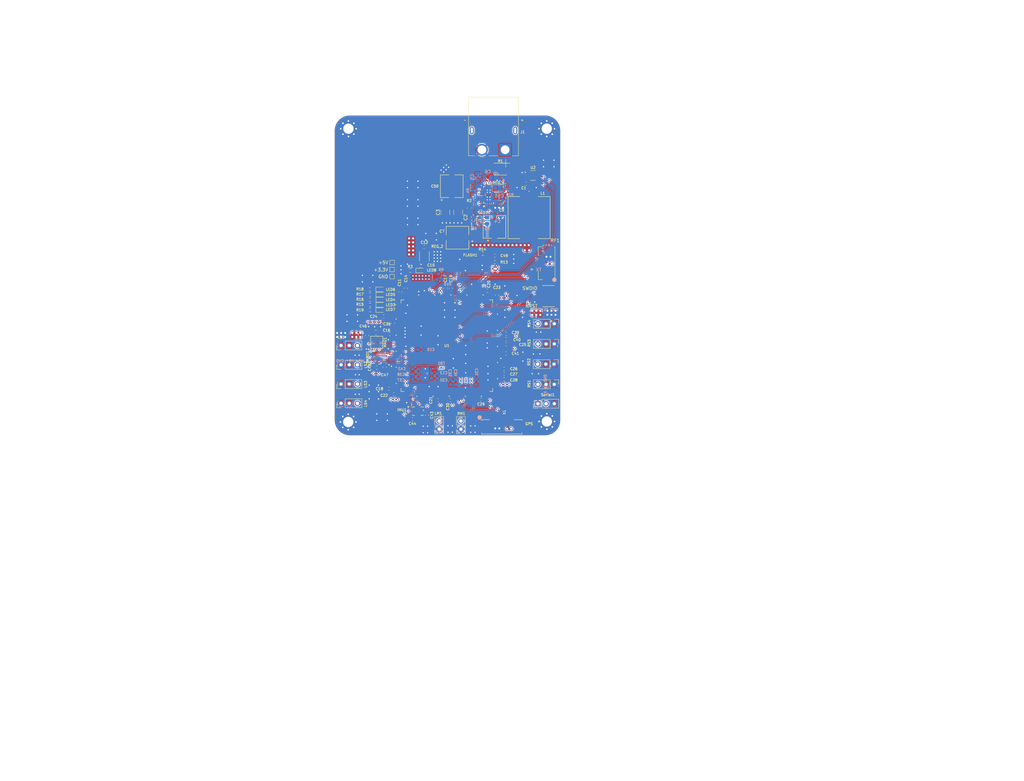
<source format=kicad_pcb>
(kicad_pcb (version 20241229) (generator "pcbnew") (generator_version "9.0")
  (layers (0 "F.Cu" signal) (4 "In1.Cu" power) (6 "In2.Cu" power) (2 "B.Cu" signal) (13 "F.Paste" user) (15 "B.Paste" user) (5 "F.SilkS" user "F.Silkscreen") (7 "B.SilkS" user "B.Silkscreen") (1 "F.Mask" user) (3 "B.Mask" user) (25 "Edge.Cuts" user))
  (net 0 "")
  (net 104 "GPS_TX")
  (net 105 "+5V")
  (net 106 "GPS_RX")
  (net 107 "NRST")
  (net 108 "REG_1_VIN")
  (net 109 "REG_1_CS")
  (net 110 "Net-(C5-Pad2)")
  (net 111 "REG_1_BST")
  (net 112 "REG_1_FB")
  (net 113 "VDDA_MCU")
  (net 114 "VDD12DSI")
  (net 115 "/Power/REG_1_VDD")
  (net 116 "DEBUG_SWO")
  (net 117 "DEBUG_SWCLK")
  (net 118 "DEBUG_SWDIO")
  (net 119 "DEBUG_RX")
  (net 120 "DEBUG_TX")
  (net 121 "FLASH_1_SCK")
  (net 122 "FLASH_1_NSS")
  (net 123 "FLASH_1_MOSI")
  (net 124 "FLASH_1_MISO")
  (net 125 "VIN+")
  (net 126 "L_SERVO_2_SIGNAL")
  (net 127 "LED_FC_4")
  (net 128 "LED_FC_3")
  (net 129 "LED_FC_2")
  (net 130 "LED_FC_1")
  (net 131 "LED_FC_5")
  (net 132 "L_MOTOR_1_SIGNAL")
  (net 133 "L_SERVO_1_SIGNAL")
  (net 134 "L_SERVO_3_SIGNAL")
  (net 135 "L_SERVO_4_SIGNAL")
  (net 136 "REG_1_EN")
  (net 137 "CURRENT_SENSE_SDA")
  (net 138 "CURRENT_SENSE_SCL")
  (net 139 "REG_1_PG")
  (net 142 "RF_RECV_TX")
  (net 143 "RF_RECV_RX")
  (net 144 "R_MOTOR_1_SIGNAL")
  (net 145 "R_SERVO_1_SIGNAL")
  (net 146 "R_SERVO_2_SIGNAL")
  (net 147 "R_SERVO_3_SIGNAL")
  (net 148 "R_SERVO_4_SIGNAL")
  (net 149 "IMU_SPI_MOSI")
  (net 150 "BARO_SPI_SCK")
  (net 151 "EXT_5_DEV_IMU")
  (net 152 "BARO_INT_1")
  (net 153 "IMU_SPI_MISO")
  (net 154 "IMU_SPI_NSS")
  (net 155 "MAG_SPI_NSS")
  (net 156 "BARO_SPI_MOSI")
  (net 157 "IMU_SPI_SCK")
  (net 158 "BARO_SPI_NSS")
  (net 159 "BARO_SPI_MISO")
  (net 160 "GND")
  (net 161 "+3.3V")
  (net 162 "/Power/REG_1_PVDD")
  (net 164 "/Power/VDD_LDO")
  (net 165 "/Power/VCAP")
  (net 166 "/Power/VBAT")
  (net 167 "/Power/VREF+")
  (net 168 "/Power/VDDUSB")
  (net 169 "/Power/VCAPDSI")
  (net 170 "EXT_3_DEV_INT")
  (net 171 "/Flight Controller/BOOT0")
  (net 177 "Net-(MAG1-CAP)")
  (net 178 "Net-(FLASH1-~{WP_(IO2_)})")
  (net 179 "Net-(FLASH1-~{HOLD_(IO3_)})")
  (net 187 "Net-(LED3-K)")
  (net 188 "Net-(LED4-K)")
  (net 189 "Net-(LED5-K)")
  (net 190 "Net-(LED6-K)")
  (net 191 "Net-(LED7-K)")
  (net 198 "Net-(LED1-K)")
  (net 199 "Net-(LED8-K)")
  (footprint "Capacitor_SMD:C_0603_1608Metric_Pad1.08x0.95mm_HandSolder" (layer "F.Cu") (at 216.008634 131.650002)
    (property "Reference" "C27")
    (property "Value" "100nF")
  )
  (footprint "Capacitor_SMD:C_0603_1608Metric_Pad1.08x0.95mm_HandSolder" (layer "F.Cu") (at 216.008634 133.250002)
    (property "Reference" "C28")
    (property "Value" "100nF")
  )
  (footprint "Connector_PinHeader_2.54mm:PinHeader_2x01_P2.54mm_Vertical" (layer "F.Cu") (at 202.6 148.74 90)
    (property "Reference" "RM1")
    (property "Value" "Conn_01x02")
  )
  (footprint "Resistor_SMD:R_0603_1608Metric_Pad0.98x0.95mm_HandSolder" (layer "F.Cu") (at 174.383634 106.950002 180)
    (property "Reference" "R17")
    (property "Value" "330")
  )
  (footprint "Capacitor_SMD:C_0603_1608Metric_Pad1.08x0.95mm_HandSolder" (layer "F.Cu") (at 180.233634 136.150002 180)
    (property "Reference" "C18")
    (property "Value" "100nF")
  )
  (footprint "Connectors:CONN_GRPB052VWQS-RC_OddEven_2x5Pins_1.27mm" (layer "F.Cu") (at 231.614938 104.901954 -90)
    (property "Reference" "SWD1" (hide yes))
    (property "Value" "Debug_10_1.27")
  )
  (footprint "Capacitor_SMD:C_0603_1608Metric_Pad1.08x0.95mm_HandSolder" (layer "F.Cu") (at 197.802437 104.994753 90)
    (property "Reference" "C17")
    (property "Value" "100nF")
  )
  (footprint "Lib:W25N01GWZEIG" (layer "F.Cu") (at 206.621134 98.655)
    (property "Reference" "FLASH1")
    (property "Value" "W25N01GWZEIG" (hide yes))
  )
  (footprint "Connector_PinHeader_2.54mm:PinHeader_1x03_P2.54mm_Vertical" (layer "F.Cu") (at 165.388861 122.759435 90)
    (property "Reference" "LS1")
    (property "Value" "Conn_01x03")
  )
  (footprint "Capacitor_SMD:C_0603_1608Metric_Pad1.08x0.95mm_HandSolder" (layer "F.Cu") (at 199.5 105 90)
    (property "Reference" "C19")
    (property "Value" "100nF")
  )
  (footprint "Connector_PinHeader_2.54mm:PinHeader_1x03_P2.54mm_Vertical" (layer "F.Cu") (at 231.574883 122.273913 -90)
    (property "Reference" "RS3")
    (property "Value" "Conn_01x03")
  )
  (footprint "Lib:CAP_6.3 X 7.7_PAN" (layer "F.Cu") (at 213 85.9353 90)
    (property "Reference" "C9")
    (property "Value" "100uF")
  )
  (footprint "Resistor_SMD:R_0603_1608Metric_Pad0.98x0.95mm_HandSolder" (layer "F.Cu") (at 206.45 83.7875 -90)
    (property "Reference" "R7")
    (property "Value" "560")
  )
  (footprint "Capacitor_SMD:C_0603_1608Metric_Pad1.08x0.95mm_HandSolder" (layer "F.Cu") (at 213.158634 94.89)
    (property "Reference" "C49")
    (property "Value" "100nF")
  )
  (footprint "Capacitor_SMD:C_0603_1608Metric_Pad1.08x0.95mm_HandSolder" (layer "F.Cu") (at 195.5 139.75 180)
    (property "Reference" "C21")
    (property "Value" "100nF")
  )
  (footprint "Capacitor_SMD:C_0603_1608Metric_Pad1.08x0.95mm_HandSolder" (layer "F.Cu") (at 176.425101 129.6 180)
    (property "Reference" "C48")
    (property "Value" "100nF")
  )
  (footprint "Capacitor_SMD:C_0603_1608Metric_Pad1.08x0.95mm_HandSolder" (layer "F.Cu") (at 178.6375 113.75 180)
    (property "Reference" "C24")
    (property "Value" "100nF")
  )
  (footprint "Lib:XT60PW-M" (layer "F.Cu") (at 212.71 56)
    (property "Reference" "J1")
    (property "Value" "XT60PW-M")
  )
  (footprint "TestPoint:TestPoint_Pad_1.0x1.0mm" (layer "F.Cu") (at 181.25 97)
    (property "Reference" "+5V")
    (property "Value" "TestPoint_Pad_1.0x1.0mm")
  )
  (footprint "Resistor_SMD:R_0603_1608Metric_Pad0.98x0.95mm_HandSolder" (layer "F.Cu") (at 174.383634 110.150002 180)
    (property "Reference" "R15")
    (property "Value" "330")
  )
  (footprint "Lib:BMP390-10LGA_2X2X0p75_BOS" (layer "F.Cu") (at 176.750001 127.25 180)
    (property "Reference" "BARO1")
    (property "Value" "BMP390")
  )
  (footprint "Resistor_SMD:R_0603_1608Metric_Pad0.98x0.95mm_HandSolder" (layer "F.Cu") (at 209.4125 94.25 180)
    (property "Reference" "R14")
    (property "Value" "10K")
  )
  (footprint "Connector_PinHeader_2.54mm:PinHeader_1x03_P2.54mm_Vertical" (layer "F.Cu") (at 231.574883 116 -90)
    (property "Reference" "RS4")
    (property "Value" "Conn_01x03")
  )
  (footprint "Capacitor_SMD:C_0603_1608Metric_Pad1.08x0.95mm_HandSolder" (layer "F.Cu") (at 208.8 139.6 180)
    (property "Reference" "C29")
    (property "Value" "100nF")
  )
  (footprint "Resistor_SMD:R_0603_1608Metric_Pad0.98x0.95mm_HandSolder" (layer "F.Cu") (at 174.383634 108.550002 180)
    (property "Reference" "R16")
    (property "Value" "330")
  )
  (footprint "Lib:RES_ERJ-T06J103V_0805" (layer "F.Cu") (at 205.25 80.06 90)
    (property "Reference" "R2")
    (property "Value" "10k")
  )
  (footprint "MountingHole:MountingHole_3.2mm_M3_Pad_Via" (layer "F.Cu") (at 229.246893 55.457137)
    (property "Reference" "H4" (hide yes))
    (property "Value" "MountingHole_Pad")
  )
  (footprint "Capacitor_SMD:C_0603_1608Metric_Pad1.08x0.95mm_HandSolder" (layer "F.Cu") (at 216.608634 125.250002)
    (property "Reference" "C41")
    (property "Value" "2.2uF")
  )
  (footprint "Capacitor_SMD:C_0603_1608Metric_Pad1.08x0.95mm_HandSolder" (layer "F.Cu") (at 199.25 139.75 180)
    (property "Reference" "C30")
    (property "Value" "100nF")
  )
  (footprint "Capacitor_SMD:C_0603_1608Metric_Pad1.08x0.95mm_HandSolder" (layer "F.Cu") (at 185.471134 104.950002 90)
    (property "Reference" "C14")
    (property "Value" "100nF")
  )
  (footprint "Connector_PinHeader_2.54mm:PinHeader_1x03_P2.54mm_Vertical" (layer "F.Cu") (at 165.388861 134.72174 90)
    (property "Reference" "LS3")
    (property "Value" "Conn_01x03")
  )
  (footprint "Regulators:SON95P300X300X100-7N" (layer "F.Cu") (at 191.2375 95.085 90)
    (property "Reference" "REG_2")
    (property "Value" "LD39200PU33R")
  )
  (footprint "Lib:NetTie-2_SMD_Track0.35mm" (layer "F.Cu") (at 215.771134 124.750002 90)
    (property "Reference" "NT3" (hide yes))
    (property "Value" "NT" (hide yes))
  )
  (footprint "Lib:BMI323_BOS" (layer "F.Cu") (at 189.215434 143.150003)
    (property "Reference" "IMU1")
    (property "Value" "BMI323")
  )
  (footprint "Lib:STM32H747BIT6-LQFP-208" (layer "F.Cu") (at 198.221134 122.799998)
    (property "Reference" "U1")
    (property "Value" "STM32H747BIT6")
  )
  (footprint "Capacitor_SMD:C_1210_3225Metric_Pad1.33x2.70mm_HandSolder" (layer "F.Cu") (at 201.75 81.42 -90)
    (property "Reference" "C2")
    (property "Value" "22uF")
  )
  (footprint "Connector_PinHeader_2.54mm:PinHeader_1x03_P2.54mm_Vertical" (layer "F.Cu") (at 231.5 128.547825 -90)
    (property "Reference" "RS2")
    (property "Value" "Conn_01x03")
  )
  (footprint "Capacitor_SMD:C_0603_1608Metric_Pad1.08x0.95mm_HandSolder" (layer "F.Cu") (at 210.75 105.75)
    (property "Reference" "C20")
    (property "Value" "100nF")
  )
  (footprint "Capacitor_SMD:C_1210_3225Metric_Pad1.33x2.70mm_HandSolder" (layer "F.Cu") (at 197.75 81.42 -90)
    (property "Reference" "C3")
    (property "Value" "22uF")
  )
  (footprint "Capacitor_SMD:C_0603_1608Metric_Pad1.08x0.95mm_HandSolder" (layer "F.Cu") (at 216.008634 130.050002)
    (property "Reference" "C26")
    (property "Value" "100nF")
  )
  (footprint "LED_SMD:LED_0603_1608Metric" (layer "F.Cu") (at 177.683634 111.750002)
    (property "Reference" "LED7")
    (property "Value" "R")
  )
  (footprint "TestPoint:TestPoint_Pad_1.0x1.0mm" (layer "F.Cu") (at 181.23474 101.379381)
    (property "Reference" "GND")
    (property "Value" "TestPoint_Pad_1.0x1.0mm")
  )
  (footprint "TestPoint:TestPoint_Pad_1.0x1.0mm" (layer "F.Cu") (at 181.23474 99.163351)
    (property "Reference" "+3.3V")
    (property "Value" "TestPoint_Pad_1.0x1.0mm")
  )
  (footprint "LED_SMD:LED_0603_1608Metric" (layer "F.Cu") (at 177.683634 105.350002)
    (property "Reference" "LED6")
    (property "Value" "B")
  )
  (footprint "Lib:MMC5983MA_MEM" (layer "F.Cu") (at 176.4554 121.774999 90)
    (property "Reference" "MAG1")
    (property "Value" "MMC5983MA")
  )
  (footprint "Connector_PinHeader_2.54mm:PinHeader_1x03_P2.54mm_Vertical" (layer "F.Cu") (at 165.388861 128.740588 90)
    (property "Reference" "LS2")
    (property "Value" "Conn_01x03")
  )
  (footprint "Capacitor_SMD:C_0603_1608Metric_Pad1.08x0.95mm_HandSolder" (layer "F.Cu") (at 178.8876 129.555999 -90)
    (property "Reference" "C47")
    (property "Value" "100nF")
  )
  (footprint "Molex:CONN_532610471_SMD_4Pin_1.25mm" (layer "F.Cu") (at 229.19914 97.212861 90)
    (property "Reference" "RF1")
    (property "Value" "Conn_01x04")
  )
  (footprint "Lib:NetTie-2_SMD_Track0.35mm" (layer "F.Cu") (at 181 115)
    (property "Reference" "NT6" (hide yes))
    (property "Value" "NT" (hide yes))
  )
  (footprint "Capacitor_SMD:C_0603_1608Metric_Pad1.08x0.95mm_HandSolder" (layer "F.Cu") (at 222.8625 72.5 180)
    (property "Reference" "C1")
    (property "Value" "100nF" (hide yes))
  )
  (footprint "Capacitor_SMD:C_0603_1608Metric_Pad1.08x0.95mm_HandSolder" (layer "F.Cu") (at 191.1875 92.15)
    (property "Reference" "C12")
    (property "Value" "10uF")
  )
  (footprint "Capacitor_SMD:C_0603_1608Metric_Pad1.08x0.95mm_HandSolder" (layer "F.Cu") (at 216.637504 122.400004)
    (property "Reference" "C25")
    (property "Value" "100nF")
  )
  (footprint "Resistor_SMD:R_0603_1608Metric_Pad0.98x0.95mm_HandSolder" (layer "F.Cu") (at 174.358634 111.750002 180)
    (property "Reference" "R19")
    (property "Value" "330")
  )
  (footprint "Lib:CAP_6.3 X 7.7_PAN" (layer "F.Cu") (at 201.5353 89.3 180)
    (property "Reference" "C7")
    (property "Value" "100uF")
  )
  (footprint "Connector_PinHeader_2.54mm:PinHeader_1x03_P2.54mm_Vertical" (layer "F.Cu") (at 165.388861 140.702893 90)
    (property "Reference" "LS4")
    (property "Value" "Conn_01x03")
  )
  (footprint "Capacitor_SMD:C_0603_1608Metric_Pad1.08x0.95mm_HandSolder" (layer "F.Cu") (at 216.662504 120.800004)
    (property "Reference" "C40")
    (property "Value" "100nF")
  )
  (footprint "Lib:RES_PE2512_YAG" (layer "F.Cu") (at 214.8544 68 180)
    (property "Reference" "R1")
    (property "Value" "0.01")
  )
  (footprint "Lib:NetTie-2_SMD_Track0.35mm" (layer "F.Cu") (at 192.478072 106.620744 90)
    (property "Reference" "NT8" (hide yes))
    (property "Value" "NT" (hide yes))
  )
  (footprint "Capacitor_SMD:C_0603_1608Metric_Pad1.08x0.95mm_HandSolder" (layer "F.Cu") (at 181.5 115.8875 -90)
    (property "Reference" "C36")
    (property "Value" "100nF")
  )
  (footprint "Capacitor_SMD:C_0603_1608Metric_Pad1.08x0.95mm_HandSolder" (layer "F.Cu") (at 181.733634 137.900002 180)
    (property "Reference" "C22")
    (property "Value" "100nF")
  )
  (footprint "Capacitor_SMD:C_0603_1608Metric_Pad1.08x0.95mm_HandSolder" (layer "F.Cu") (at 173.5 119.6625 90)
    (property "Reference" "C45")
    (property "Value" "1uF")
  )
  (footprint "Resistor_SMD:R_0603_1608Metric_Pad0.98x0.95mm_HandSolder" (layer "F.Cu") (at 213.108634 96.89)
    (property "Reference" "R13")
    (property "Value" "10K")
  )
  (footprint "Lib:NetTie-2_SMD_Track0.35mm" (layer "F.Cu") (at 215.800004 118.700004 -90)
    (property "Reference" "NT4" (hide yes))
    (property "Value" "NT" (hide yes))
  )
  (footprint "LED_SMD:LED_0603_1608Metric" (layer "F.Cu") (at 208.2 83.9875 -90)
    (property "Reference" "LED1")
    (property "Value" "G")
  )
  (footprint "Lib:INA219AIDCNT-SOT65P280X145-8N" (layer "F.Cu") (at 224.995 69.975)
    (property "Reference" "U2")
    (property "Value" "INA219AIDCNT")
  )
  (footprint "Lib:MIC26903YJL-TR-MLF28_5X6_MCH" (layer "F.Cu") (at 212.75 76 90)
    (property "Reference" "REG_1")
    (property "Value" "MIC26903YJL-TR")
  )
  (footprint "Capacitor_SMD:C_0603_1608Metric_Pad1.08x0.95mm_HandSolder" (layer "F.Cu") (at 180.5 119.25 180)
    (property "Reference" "C16")
    (property "Value" "100nF")
  )
  (footprint "MountingHole:MountingHole_3.2mm_M3_Pad_Via" (layer "F.Cu") (at 167.667989 55.455279)
    (property "Reference" "H1" (hide yes))
    (property "Value" "MountingHole")
  )
  (footprint "Resistor_SMD:R_0603_1608Metric_Pad0.98x0.95mm_HandSolder" (layer "F.Cu") (at 174.358634 105.350002 180)
    (property "Reference" "R18")
    (property "Value" "330")
  )
  (footprint "Molex:CONN_532610001-SD_06Pin_1.25mm" (layer "F.Cu") (at 215.275 148.004501 180)
    (property "Reference" "GPS1" (hide yes))
    (property "Value" "Conn_01x06")
  )
  (footprint "MountingHole:MountingHole_3.2mm_M3_Pad_Via" (layer "F.Cu") (at 167.6 146.5)
    (property "Reference" "H2" (hide yes))
    (property "Value" "MountingHole_Pad")
  )
  (footprint "Capacitor_SMD:C_0603_1608Metric_Pad1.08x0.95mm_HandSolder" (layer "F.Cu") (at 192.121134 144.400002 -90)
    (property "Reference" "C43")
    (property "Value" "100nF")
  )
  (footprint "LED_SMD:LED_0603_1608Metric" (layer "F.Cu") (at 190.101384 99.490511)
    (property "Reference" "LED8")
    (property "Value" "G")
  )
  (footprint "Capacitor_SMD:C_0603_1608Metric_Pad1.08x0.95mm_HandSolder" (layer "F.Cu") (at 213.75 107.1125 90)
    (property "Reference" "C23")
    (property "Value" "100nF")
  )
  (footprint "Capacitor_SMD:C_0603_1608Metric_Pad1.08x0.95mm_HandSolder" (layer "F.Cu") (at 183.771134 106.150002 90)
    (property "Reference" "C11")
    (property "Value" "4.7uF")
  )
  (footprint "Connector_PinHeader_2.54mm:PinHeader_2x01_P2.54mm_Vertical" (layer "F.Cu") (at 195.82409 148.737736 90)
    (property "Reference" "LM1")
    (property "Value" "Conn_01x02")
  )
  (footprint "Connector_PinHeader_2.54mm:PinHeader_1x03_P2.54mm_Vertical" (layer "F.Cu") (at 226.493746 140.82387 90)
    (property "Reference" "Serial1")
    (property "Value" "Conn_01x03")
  )
  (footprint "Lib:IND_SRP1265A-6R8M_BRN" (layer "F.Cu") (at 223.75 83.0517 -90)
    (property "Reference" "L1")
    (property "Value" "6.8uH")
  )
  (footprint "LED_SMD:LED_0603_1608Metric" (layer "F.Cu") (at 177.708634 110.150002)
    (property "Reference" "LED3")
    (property "Value" "R")
  )
  (footprint "Connector_PinHeader_2.54mm:PinHeader_1x03_P2.54mm_Vertical" (layer "F.Cu") (at 231.574883 134.821738 -90)
    (property "Reference" "RS1")
    (property "Value" "Conn_01x03")
  )
  (footprint "Capacitor_SMD:C_0603_1608Metric_Pad1.08x0.95mm_HandSolder" (layer "F.Cu") (at 216.662504 119.200004)
    (property "Reference" "C39")
    (property "Value" "100nF")
  )
  (footprint "Capacitor_SMD:C_0805_2012Metric_Pad1.18x1.45mm_HandSolder" (layer "F.Cu") (at 176.181802 118.75 180)
    (property "Reference" "C46")
    (property "Value" "10uF")
  )
  (footprint "LED_SMD:LED_0603_1608Metric" (layer "F.Cu") (at 177.708634 106.950002)
    (property "Reference" "LED5")
    (property "Value" "B")
  )
  (footprint "LED_SMD:LED_0603_1608Metric" (layer "F.Cu") (at 177.708634 108.550002)
    (property "Reference" "LED4")
    (property "Value" "Y")
  )
  (footprint "Resistor_SMD:R_0603_1608Metric_Pad0.98x0.95mm_HandSolder" (layer "F.Cu") (at 186.869683 99.505376)
    (property "Reference" "R3")
    (property "Value" "240")
  )
  (footprint "MountingHole:MountingHole_3.2mm_M3_Pad_Via" (layer "F.Cu") (at 229.269946 146.349564)
    (property "Reference" "H3" (hide yes))
    (property "Value" "MountingHole")
  )
  (footprint "Capacitor_SMD:C_0603_1608Metric_Pad1.08x0.95mm_HandSolder" (layer "F.Cu") (at 189.950902 97.984837 180)
    (property "Reference" "C10")
    (property "Value" "10uF")
  )
  (footprint "Capacitor_SMD:C_0603_1608Metric_Pad1.08x0.95mm_HandSolder" (layer "F.Cu") (at 187.621134 145.650002)
    (property "Reference" "C44")
    (property "Value" "100nF")
  )
  (footprint "Lib:CAP_6.3 X 7.7_PAN" (layer "F.Cu") (at 199.75 73.3147 90)
    (property "Reference" "C50")
    (property "Value" "100uF")
  )
  (footprint "Diode_SMD:Nexperia_CFP3_SOD-123W" (layer "B.Cu") (at 214.6 73.896909)
    (property "Reference" "D1")
    (property "Value" "SD103AW-TP")
  )
  (footprint "Resistor_SMD:R_0603_1608Metric_Pad0.98x0.95mm_HandSolder" (layer "B.Cu") (at 196.0875 102.25)
    (property "Reference" "R10")
    (property "Value" "4.7K")
  )
  (footprint "Capacitor_SMD:C_0805_2012Metric_Pad1.18x1.45mm_HandSolder" (layer "B.Cu") (at 207.75 70.5 -90)
    (property "Reference" "C5")
    (property "Value" "0.1uF")
  )
  (footprint "Lib:NetTie-2_SMD_Track0.35mm" (layer "B.Cu") (at 205.2 135)
    (property "Reference" "NT1" (hide yes))
    (property "Value" "NT" (hide yes))
  )
  (footprint "Resistor_SMD:R_0603_1608Metric_Pad0.98x0.95mm_HandSolder" (layer "B.Cu") (at 196.5875 100.5)
    (property "Reference" "R9")
    (property "Value" "4.7K")
  )
  (footprint "Capacitor_SMD:C_0603_1608Metric_Pad1.08x0.95mm_HandSolder" (layer "B.Cu") (at 188.5625 130)
    (property "Reference" "C42")
    (property "Value" "100nF")
  )
  (footprint "Lib:MPZ1005S121HT000" (layer "B.Cu") (at 193.9 130 180)
    (property "Reference" "FB1")
    (property "Value" "FerriteBead_Small" (hide yes))
  )
  (footprint "Capacitor_SMD:C_0603_1608Metric_Pad1.08x0.95mm_HandSolder" (layer "B.Cu") (at 190.1125 124)
    (property "Reference" "C15")
    (property "Value" "100nF")
  )
  (footprint "Capacitor_SMD:C_0805_2012Metric_Pad1.18x1.45mm_HandSolder" (layer "B.Cu") (at 214.457644 78.006134 180)
    (property "Reference" "C51")
    (property "Value" "2.2uF")
  )
  (footprint "Lib:RES_ERJ-PB6B1962V_0805" (layer "B.Cu") (at 206.25 74.675 90)
    (property "Reference" "R4")
    (property "Value" "19.6k")
  )
  (footprint "Capacitor_SMD:C_0805_2012Metric_Pad1.18x1.45mm_HandSolder" (layer "B.Cu") (at 213.947201 82.5)
    (property "Reference" "C4")
    (property "Value" "2.2uF")
  )
  (footprint "Lib:NetTie-2_SMD_Track0.35mm" (layer "B.Cu") (at 187.7 133.7 90)
    (property "Reference" "NT5" (hide yes))
    (property "Value" "NT" (hide yes))
  )
  (footprint "Lib:NetTie-2_SMD_Track0.35mm" (layer "B.Cu") (at 203 135)
    (property "Reference" "NT2" (hide yes))
    (property "Value" "NT" (hide yes))
  )
  (footprint "Lib:RES_ERJ-T06J103V_0805" (layer "B.Cu") (at 214.56 76)
    (property "Reference" "R20")
    (property "Value" "10k")
  )
  (footprint "Capacitor_SMD:C_0603_1608Metric_Pad1.08x0.95mm_HandSolder" (layer "B.Cu") (at 188.5375 131.7)
    (property "Reference" "C38")
    (property "Value" "1uF")
  )
  (footprint "Resistor_SMD:R_0805_2012Metric_Pad1.20x1.40mm_HandSolder" (layer "B.Cu") (at 210.75 84 -90)
    (property "Reference" "R5")
    (property "Value" "6.8K")
  )
  (footprint "Capacitor_SMD:C_0603_1608Metric_Pad1.08x0.95mm_HandSolder" (layer "B.Cu") (at 188.5375 133.31)
    (property "Reference" "C37")
    (property "Value" "100nF")
  )
  (footprint "Capacitor_SMD:C_0805_2012Metric_Pad1.18x1.45mm_HandSolder" (layer "B.Cu") (at 208.75 84.0375 90)
    (property "Reference" "C8")
    (property "Value" "4.7nF")
  )
  (footprint "Capacitor_SMD:C_0603_1608Metric_Pad1.08x0.95mm_HandSolder" (layer "B.Cu") (at 207.4 134.0625 90)
    (property "Reference" "C31")
    (property "Value" "4.7uF")
  )
  (footprint "Capacitor_SMD:C_0603_1608Metric_Pad1.08x0.95mm_HandSolder" (layer "B.Cu") (at 194.3875 131.4)
    (property "Reference" "C13")
    (property "Value" "1uF")
  )
  (footprint "Capacitor_SMD:C_0603_1608Metric_Pad1.08x0.95mm_HandSolder" (layer "B.Cu") (at 199.29 134.0625 90)
    (property "Reference" "C35")
    (property "Value" "2.2uF")
  )
  (footprint "Resistor_SMD:R_0805_2012Metric_Pad1.20x1.40mm_HandSolder" (layer "B.Cu") (at 206.75 84 90)
    (property "Reference" "R6")
    (property "Value" "1.3K")
  )
  (footprint "Capacitor_SMD:C_0805_2012Metric_Pad1.18x1.45mm_HandSolder" (layer "B.Cu") (at 210.947201 70.5 180)
    (property "Reference" "C6")
    (property "Value" "0.1uF")
  )
  (footprint "Capacitor_SMD:C_0603_1608Metric_Pad1.08x0.95mm_HandSolder" (layer "B.Cu") (at 194.3875 133)
    (property "Reference" "C32")
    (property "Value" "100nF")
  )
  (footprint "Lib:NetTie-2_SMD_Track0.35mm" (layer "B.Cu") (at 191.4 129 180)
    (property "Reference" "NT7" (hide yes))
    (property "Value" "NT" (hide yes))
  )
  (footprint "Capacitor_SMD:C_0603_1608Metric_Pad1.08x0.95mm_HandSolder" (layer "B.Cu") (at 201 134.0625 90)
    (property "Reference" "C34")
    (property "Value" "2.2uF")
  )
  (gr_line (start 233.8 56) (end 233.8 146) (stroke (width 0.05)) (layer "Edge.Cuts"))
  (gr_arc (start 168.05 151) (mid 164.514466 149.535534) (end 163.05 146) (stroke (width 0.05)) (layer "Edge.Cuts"))
  (gr_line (start 163.05 146) (end 163.05 56) (stroke (width 0.05)) (layer "Edge.Cuts"))
  (gr_line (start 168.05 51) (end 228.8 51) (stroke (width 0.05)) (layer "Edge.Cuts"))
  (gr_line (start 228.8 151) (end 168.05 151) (stroke (width 0.05)) (layer "Edge.Cuts"))
  (gr_arc (start 233.8 146) (mid 232.335534 149.535534) (end 228.8 151) (stroke (width 0.05)) (layer "Edge.Cuts"))
  (gr_arc (start 163.05 56) (mid 164.514466 52.464466) (end 168.05 51) (stroke (width 0.05)) (layer "Edge.Cuts"))
  (gr_arc (start 228.8 51) (mid 232.335534 52.464466) (end 233.8 56) (stroke (width 0.05)) (layer "Edge.Cuts"))
  (gr_text "-" (at 203.25 53.25 0) (layer "F.SilkS") (effects (font (size 0.8 0.8) (thickness 0.15) (bold yes)) (justify left bottom)))
  (gr_text "+" (at 196 78 0) (layer "F.SilkS") (effects (font (size 0.8 0.8) (thickness 0.15) (bold yes)) (justify left bottom)))
  (gr_text "GPS" (at 222.471509 147.558988 0) (layer "F.SilkS") (effects (font (size 0.8 0.8) (thickness 0.15) (bold yes)) (justify left bottom)))
  (gr_text "+" (at 210.405861 90.592182 0) (layer "F.SilkS") (effects (font (size 0.8 0.8) (thickness 0.15) (bold yes)) (justify left bottom)))
  (gr_text "+" (at 221 53.25 0) (layer "F.SilkS") (effects (font (size 0.8 0.8) (thickness 0.15) (bold yes)) (justify left bottom)))
  (gr_text "TX" (at 215.5 142.75 -90) (layer "F.SilkS") (effects (font (size 0.8 0.8) (thickness 0.15) (bold yes)) (justify left bottom)))
  (gr_text "SWDIO" (at 224 105 0) (layer "F.SilkS") (effects (font (size 1 1))))
  (gr_text "NRST" (at 224.5 110.5 0) (layer "F.SilkS") (effects (font (size 1 1))))
  (gr_text "+" (at 205.523045 90.811723 0) (layer "F.SilkS") (effects (font (size 0.8 0.8) (thickness 0.15) (bold yes)) (justify left bottom)))
  (gr_text "TX RX GND" (at 228.25 138.381503 270) (layer "B.SilkS") (effects (font (size 0.8 0.8) (thickness 0.15) (bold yes)) (justify left bottom mirror)))
  (gr_text "GND PWM" (at 195.75 150.25 270) (layer "B.SilkS") (effects (font (size 0.8 0.8) (thickness 0.15) (bold yes)) (justify left bottom mirror)))
  (gr_text "+" (at 191.507225 131.832356 0) (layer "B.SilkS") (effects (font (size 0.8 0.8) (thickness 0.15) (bold yes)) (justify left bottom)))
  (gr_text "PWM +5V GND" (at 224.006236 111.072717 180) (layer "B.SilkS") (effects (font (size 0.8 0.8) (thickness 0.15) (bold yes)) (justify left bottom mirror)))
  (gr_text "TX" (at 226.75 99.25 -0) (layer "B.SilkS") (effects (font (size 1 1)) (justify mirror)))
  (gr_text "GND +5V PWM" (at 163.75 127 180) (layer "B.SilkS") (effects (font (size 0.8 0.8) (thickness 0.15) (bold yes)) (justify left bottom mirror)))
  (segment (start 202.1 139.6) (end 202.471133 139.228867) (width 0.35) (layer "F.Cu") (net 104))
  (segment (start 215.776 144.92857) (end 215.776 145.026) (width 0.35) (layer "F.Cu") (net 104))
  (segment (start 215.776 145.026) (end 216.25 145.5) (width 0.35) (layer "F.Cu") (net 104))
  (segment (start 214 142.6) (end 215.6 144.2) (width 0.35) (layer "F.Cu") (net 104))
  (segment (start 202.471133 139.228867) (end 202.471133 137.549994) (width 0.35) (layer "F.Cu") (net 104))
  (segment (start 215.6 144.2) (end 215.6 144.800001) (width 0.35) (layer "F.Cu") (net 104))
  (segment (start 202.1 140.3) (end 202.1 139.6) (width 0.35) (layer "F.Cu") (net 104))
  (segment (start 215.6 144.800001) (end 215.9 145.100001) (width 0.35) (layer "F.Cu") (net 104))
  (via (at 202.1 140.3) (size 0.8) (drill 0.4) (layers "F.Cu" "B.Cu") (net 104))
  (via (at 214 142.6) (size 0.8) (drill 0.4) (layers "F.Cu" "B.Cu") (net 104))
  (segment (start 214 142.6) (end 204.4 142.6) (width 0.35) (layer "B.Cu") (net 104))
  (segment (start 204.4 142.6) (end 202.1 140.3) (width 0.35) (layer "B.Cu") (net 104))
  (segment (start 229.034883 122.273913) (end 229.034883 128.472942) (width 2) (layer "F.Cu") (net 105))
  (segment (start 224.740991 112.011242) (end 227.240991 112.011242) (width 1) (layer "F.Cu") (net 105))
  (segment (start 208.65 91.7) (end 224.3 91.7) (width 2) (layer "F.Cu") (net 105))
  (segment (start 212.5 89.75) (end 213 89.25) (width 0.35) (layer "F.Cu") (net 105))
  (segment (start 167.928861 140.702893) (end 167.928861 134.72174) (width 2) (layer "F.Cu") (net 105))
  (segment (start 190.3625 93.65) (end 191.2375 93.65) (width 0.35) (layer "F.Cu") (net 105))
  (segment (start 227.240991 113.845555) (end 229.034883 115.639447) (width 2) (layer "F.Cu") (net 105))
  (segment (start 206.645128 90.2764) (end 205.668728 89.3) (width 2) (layer "F.Cu") (net 105))
  (segment (start 222.4 93.2) (end 222.4 91.6) (width 1) (layer "F.Cu") (net 105))
  (segment (start 184 97) (end 186.5 94.5) (width 0.35) (layer "F.Cu") (net 105))
  (segment (start 224.740991 112.011242) (end 224.740991 113.261242) (width 1) (layer "F.Cu") (net 105))
  (segment (start 208.65 91.7) (end 205.8764 91.7) (width 2) (layer "F.Cu") (net 105))
  (segment (start 167.928861 128.740588) (end 167.928861 122.759435) (width 2) (layer "F.Cu") (net 105))
  (segment (start 216.95 148.6) (end 217.15 148.4) (width 1) (layer "F.Cu") (net 105))
  (segment (start 190.325 92.15) (end 190.325 93.6125) (width 1) (layer "F.Cu") (net 105))
  (segment (start 186.5 89.5) (end 186.5 94.5) (width 2) (layer "F.Cu") (net 105))
  (segment (start 222.4 93.2) (end 223.8 93.2) (width 1) (layer "F.Cu") (net 105))
  (segment (start 190.325 93.6125) (end 190.3625 93.65) (width 0.35) (layer "F.Cu") (net 105))
  (segment (start 227.240991 113.261242) (end 227.240991 113.845555) (width 2) (layer "F.Cu") (net 105))
  (segment (start 222.95 91.6) (end 224.25 90.3) (width 2) (layer "F.Cu") (net 105))
  (segment (start 171.36462 118.854177) (end 168.86462 118.854177) (width 1) (layer "F.Cu") (net 105))
  (segment (start 187.75 90.75) (end 188.925 90.75) (width 1) (layer "F.Cu") (net 105))
  (segment (start 224.740991 113.261242) (end 227.240991 113.261242) (width 1) (layer "F.Cu") (net 105))
  (segment (start 171.36462 120.104177) (end 171.36462 118.854177) (width 1) (layer "F.Cu") (net 105))
  (segment (start 216.95 148.6) (end 218.2 148.6) (width 0.75) (layer "F.Cu") (net 105))
  (segment (start 187.75 93.25) (end 188.25 93.25) (width 1) (layer "F.Cu") (net 105))
  (segment (start 224.3 90.35) (end 224.25 90.3) (width 2) (layer "F.Cu") (net 105))
  (segment (start 222.4 91.6) (end 222.95 91.6) (width 2) (layer "F.Cu") (net 105))
  (segment (start 208.2 90.2264) (end 208.25 90.2764) (width 0.35) (layer "F.Cu") (net 105))
  (segment (start 181.25 97) (end 184 97) (width 0.35) (layer "F.Cu") (net 105))
  (segment (start 208.25 90.2764) (end 206.645128 90.2764) (width 2) (layer "F.Cu") (net 105))
  (segment (start 223.8 93.2) (end 223.8 91.75) (width 1) (layer "F.Cu") (net 105))
  (segment (start 229.034883 115.639447) (end 229.034883 116) (width 2) (layer "F.Cu") (net 105))
  (segment (start 187.75 89.5) (end 187.75 89.575) (width 1) (layer "F.Cu") (net 105))
  (segment (start 223.75 88.5) (end 221.9736 90.2764) (width 2) (layer "F.Cu") (net 105))
  (segment (start 229.034883 116) (end 229.034883 122.273913) (width 2) (layer "F.Cu") (net 105))
  (segment (start 171.36462 120.104177) (end 168.86462 120.104177) (width 1) (layer "F.Cu") (net 105))
  (segment (start 225.990991 112.011242) (end 225.990991 113.261242) (width 1) (layer "F.Cu") (net 105))
  (segment (start 223.8 91.75) (end 223.65 91.6) (width 1) (layer "F.Cu") (net 105))
  (segment (start 227.240991 112.011242) (end 227.240991 113.261242) (width 1) (layer "F.Cu") (net 105))
  (segment (start 188.925 90.75) (end 190.325 92.15) (width 1) (layer "F.Cu") (net 105))
  (segment (start 170.11462 120.104177) (end 170.11462 118.854177) (width 1) (layer "F.Cu") (net 105))
  (segment (start 228.737861 96.587861) (end 226.79914 96.587861) (width 0.75) (layer "F.Cu") (net 105))
  (segment (start 229.034883 128.472942) (end 228.96 128.547825) (width 2) (layer "F.Cu") (net 105))
  (segment (start 167.928861 134.72174) (end 167.928861 128.740588) (width 2) (layer "F.Cu") (net 105))
  (segment (start 224.3 91.7) (end 224.3 90.35) (width 2) (layer "F.Cu") (net 105))
  (segment (start 230.8 97.4) (end 229.55 97.4) (width 0.75) (layer "F.Cu") (net 105))
  (segment (start 228.96 134.746855) (end 229.034883 134.821738) (width 2) (layer "F.Cu") (net 105))
  (segment (start 168.86462 120.621595) (end 167.928861 121.557354) (width 2) (layer "F.Cu") (net 105))
  (segment (start 190.325 93.6125) (end 190.2955 93.642) (width 1) (layer "F.Cu") (net 105))
  (segment (start 167.928861 121.557354) (end 167.928861 122.759435) (width 2) (layer "F.Cu") (net 105))
  (segment (start 187.75 94.5) (end 187.75 89.5) (width 2) (layer "F.Cu") (net 105))
  (segment (start 217.15 148.4) (end 217.15 145.100001) (width 0.75) (layer "F.Cu") (net 105))
  (segment (start 168.86462 120.104177) (end 168.86462 120.621595) (width 2) (layer "F.Cu") (net 105))
  (segment (start 190.2875 92.1875) (end 190.325 92.15) (width 0.35) (layer "F.Cu") (net 105))
  (segment (start 168.86462 120.104177) (end 168.86462 118.854177) (width 1) (layer "F.Cu") (net 105))
  (segment (start 208.2 84.775) (end 208.2 90.2264) (width 0.35) (layer "F.Cu") (net 105))
  (segment (start 221.9736 90.2764) (end 208.25 90.2764) (width 2) (layer "F.Cu") (net 105))
  (segment (start 190.2955 93.642) (end 190.2875 93.642) (width 1) (layer "F.Cu") (net 105))
  (segment (start 229.55 97.4) (end 228.737861 96.587861) (width 0.75) (layer "F.Cu") (net 105))
  (segment (start 205.8764 91.7) (end 205.8764 89.507672) (width 2) (layer "F.Cu") (net 105))
  (segment (start 228.96 128.547825) (end 228.96 134.746855) (width 2) (layer "F.Cu") (net 105))
  (segment (start 187.75 93.25) (end 188.142 93.642) (width 1) (layer "F.Cu") (net 105))
  (via (at 227.240991 112.011242) (size 1) (drill 0.6) (layers "F.Cu" "B.Cu") (net 105))
  (via (at 213.65 91.6) (size 1) (drill 0.6) (layers "F.Cu" "B.Cu") (net 105))
  (via (at 186.5 93.25) (size 1) (drill 0.6) (layers "F.Cu" "B.Cu") (net 105))
  (via (at 187.75 92) (size 1) (drill 0.6) (layers "F.Cu" "B.Cu") (net 105))
  (via (at 216.95 148.6) (size 1) (drill 0.6) (layers "F.Cu" "B.Cu") (net 105))
  (via (at 186.5 90.75) (size 1) (drill 0.6) (layers "F.Cu" "B.Cu") (net 105))
  (via (at 187.75 94.5) (size 1) (drill 0.6) (layers "F.Cu" "B.Cu") (net 105))
  (via (at 170.11462 120.104177) (size 1) (drill 0.6) (layers "F.Cu" "B.Cu") (net 105))
  (via (at 225.990991 112.011242) (size 1) (drill 0.6) (layers "F.Cu" "B.Cu") (net 105))
  (via (at 168.86462 118.854177) (size 1) (drill 0.6) (layers "F.Cu" "B.Cu") (net 105))
  (via (at 214.85 91.6) (size 1) (drill 0.6) (layers "F.Cu" "B.Cu") (net 105))
  (via (at 186.5 92) (size 1) (drill 0.6) (layers "F.Cu" "B.Cu") (net 105))
  (via (at 187.75 90.75) (size 1) (drill 0.6) (layers "F.Cu" "B.Cu") (net 105))
  (via (at 229.55 97.4) (size 1) (drill 0.6) (layers "F.Cu" "B.Cu") (net 105))
  (via (at 187.75 89.5) (size 1) (drill 0.6) (layers "F.Cu" "B.Cu") (net 105))
  (via (at 216.1 91.6) (size 1) (drill 0.6) (layers "F.Cu" "B.Cu") (net 105))
  (via (at 218.6 91.6) (size 1) (drill 0.6) (layers "F.Cu" "B.Cu") (net 105))
  (via (at 227.240991 113.261242) (size 1) (drill 0.6) (layers "F.Cu" "B.Cu") (net 105))
  (via (at 171.36462 120.104177) (size 1) (drill 0.6) (layers "F.Cu" "B.Cu") (net 105))
  (via (at 212.4 91.6) (size 1) (drill 0.6) (layers "F.Cu" "B.Cu") (net 105))
  (via (at 206.25 91.6) (size 1) (drill 0.6) (layers "F.Cu" "B.Cu") (net 105))
  (via (at 219.85 91.6) (size 1) (drill 0.6) (layers "F.Cu" "B.Cu") (net 105))
  (via (at 224.740991 113.261242) (size 1) (drill 0.6) (layers "F.Cu" "B.Cu") (net 105))
  (via (at 207.45 91.6) (size 1) (drill 0.6) (layers "F.Cu" "B.Cu") (net 105))
  (via (at 170.11462 118.854177) (size 1) (drill 0.6) (layers "F.Cu" "B.Cu") (net 105))
  (via (at 222.4 93.2) (size 1) (drill 0.6) (layers "F.Cu" "B.Cu") (net 105))
  (via (at 208.65 91.6) (size 1) (drill 0.6) (layers "F.Cu" "B.Cu") (net 105))
  (via (at 222.4 91.6) (size 1) (drill 0.6) (layers "F.Cu" "B.Cu") (net 105))
  (via (at 186.5 89.5) (size 1) (drill 0.6) (layers "F.Cu" "B.Cu") (net 105))
  (via (at 209.9 91.6) (size 1) (drill 0.6) (layers "F.Cu" "B.Cu") (net 105))
  (via (at 186.5 94.5) (size 1) (drill 0.6) (layers "F.Cu" "B.Cu") (net 105))
  (via (at 223.65 91.6) (size 1) (drill 0.6) (layers "F.Cu" "B.Cu") (net 105))
  (via (at 171.36462 118.854177) (size 1) (drill 0.6) (layers "F.Cu" "B.Cu") (net 105))
  (via (at 223.8 93.2) (size 1) (drill 0.6) (layers "F.Cu" "B.Cu") (net 105))
  (via (at 168.86462 120.104177) (size 1) (drill 0.6) (layers "F.Cu" "B.Cu") (net 105))
  (via (at 217.35 91.6) (size 1) (drill 0.6) (layers "F.Cu" "B.Cu") (net 105))
  (via (at 211.15 91.6) (size 1) (drill 0.6) (layers "F.Cu" "B.Cu") (net 105))
  (via (at 221.15 91.6) (size 1) (drill 0.6) (layers "F.Cu" "B.Cu") (net 105))
  (via (at 225.990991 113.261242) (size 1) (drill 0.6) (layers "F.Cu" "B.Cu") (net 105))
  (via (at 224.740991 112.011242) (size 1) (drill 0.6) (layers "F.Cu" "B.Cu") (net 105))
  (via (at 230.8 97.4) (size 1) (drill 0.6) (layers "F.Cu" "B.Cu") (net 105))
  (via (at 218.2 148.6) (size 1) (drill 0.6) (layers "F.Cu" "B.Cu") (net 105))
  (via (at 187.75 93.25) (size 1) (drill 0.6) (layers "F.Cu" "B.Cu") (net 105))
  (segment (start 210.75 90) (end 212.35 91.6) (width 0.35) (layer "B.Cu") (net 105))
  (segment (start 210.75 85) (end 208.825 85) (width 0.35) (layer "B.Cu") (net 105))
  (segment (start 210.75 85) (end 210.75 90) (width 0.35) (layer "B.Cu") (net 105))
  (segment (start 212.35 91.6) (end 221.15 91.6) (width 0.35) (layer "B.Cu") (net 105))
  (segment (start 208.825 85) (end 208.75 85.075) (width 0.3) (layer "B.Cu") (net 105))
  (segment (start 202.971135 137.549994) (end 202.971135 139.671135) (width 0.35) (layer "F.Cu") (net 106))
  (segment (start 211.794499 141.8) (end 214.65 144.655501) (width 0.35) (layer "F.Cu") (net 106))
  (segment (start 202.971135 139.671135) (end 203.2 139.9) (width 0.35) (layer "F.Cu") (net 106))
  (segment (start 214.65 144.655501) (end 214.65 145.100001) (width 0.35) (layer "F.Cu") (net 106))
  (via (at 203.2 139.9) (size 0.8) (drill 0.4) (layers "F.Cu" "B.Cu") (net 106))
  (via (at 211.794499 141.8) (size 0.8) (drill 0.4) (layers "F.Cu" "B.Cu") (net 106))
  (segment (start 211.794499 141.8) (end 205.1 141.8) (width 0.35) (layer "B.Cu") (net 106))
  (segment (start 205.1 141.8) (end 203.2 139.9) (width 0.35) (layer "B.Cu") (net 106))
  (segment (start 223.521136 110.5) (end 227.396893 110.5) (width 0.35) (layer "F.Cu") (net 107))
  (segment (start 184.349996 128) (end 184.299998 128.049998) (width 0.35) (layer "F.Cu") (net 107))
  (segment (start 185.5 128) (end 184.349996 128) (width 0.35) (layer "F.Cu") (net 107))
  (segment (start 194.721138 128.049998) (end 201.621134 121.150002) (width 0.35) (layer "F.Cu") (net 107))
  (segment (start 185.450002 128.049998) (end 194.721138 128.049998) (width 0.35) (layer "F.Cu") (net 107))
  (segment (start 183.471138 128.049998) (end 184.299998 128.049998) (width 0.35) (layer "F.Cu") (net 107))
  (segment (start 221.760568 112.260568) (end 223.521136 110.5) (width 0.35) (layer "F.Cu") (net 107))
  (segment (start 227.396893 110.5) (end 227.914939 109.981954) (width 0.35) (layer "F.Cu") (net 107))
  (via (at 201.621134 121.150002) (size 0.8) (drill 0.4) (layers "F.Cu" "B.Cu") (net 107))
  (via (at 185.5 128) (size 0.8) (drill 0.4) (layers "F.Cu" "B.Cu") (net 107))
  (via (at 221.760568 112.260568) (size 0.8) (drill 0.4) (layers "F.Cu" "B.Cu") (net 107))
  (segment (start 221.760568 112.260568) (end 214.371134 119.650002) (width 0.35) (layer "B.Cu") (net 107))
  (segment (start 187.7 130) (end 187.5 130) (width 0.35) (layer "B.Cu") (net 107))
  (segment (start 187.5 130) (end 185.5 128) (width 0.35) (layer "B.Cu") (net 107))
  (segment (start 190.9 129) (end 188.7 129) (width 0.35) (layer "B.Cu") (net 107))
  (segment (start 207.371134 119.650002) (end 205.871134 121.150002) (width 0.35) (layer "B.Cu") (net 107))
  (segment (start 188.7 129) (end 187.7 130) (width 0.35) (layer "B.Cu") (net 107))
  (segment (start 205.871134 121.150002) (end 201.621134 121.150002) (width 0.35) (layer "B.Cu") (net 107))
  (segment (start 214.371134 119.650002) (end 207.371134 119.650002) (width 0.35) (layer "B.Cu") (net 107))
  (segment (start 206.718268 74.463732) (end 206.718268 72.899932) (width 2) (layer "F.Cu") (net 108))
  (segment (start 197.75 80) (end 199.75 78) (width 2) (layer "F.Cu") (net 108))
  (segment (start 208.275001 76.974999) (end 209.697601 76.974999) (width 0.35) (layer "F.Cu") (net 108))
  (segment (start 206.718268 72.899932) (end 211.6182 68) (width 2) (layer "F.Cu") (net 108))
  (segment (start 205.25 81) (end 205.25 80.76907) (width 0.2) (layer "F.Cu") (net 108))
  (segment (start 199.8764 76.7558) (end 199.75 76.6294) (width 0.2) (layer "F.Cu") (net 108))
  (segment (start 215.802399 75.025001) (end 214.65625 75.025001) (width 0.3) (layer "F.Cu") (net 108))
  (segment (start 222.6 69.65) (end 223.74 69.65) (width 0.35) (layer "F.Cu") (net 108))
  (segment (start 205.25 81) (end 205.25 80.789208) (width 0.2) (layer "F.Cu") (net 108))
  (segment (start 199.75 78) (end 201.75 80) (width 2) (layer "F.Cu") (net 108))
  (segment (start 206.75 79.5) (end 206.75 78.5) (width 0.35) (layer "F.Cu") (net 108))
  (segment (start 202.75 81) (end 201.75 80) (width 0.35) (layer "F.Cu") (net 108))
  (segment (start 214.65625 75.025001) (end 213.9815 74.350251) (width 0.3) (layer "F.Cu") (net 108))
  (segment (start 205.25 81) (end 202.75 81) (width 0.35) (layer "F.Cu") (net 108))
  (segment (start 217.875001 74.374999) (end 222.6 69.65) (width 0.35) (layer "F.Cu") (net 108))
  (segment (start 199.75 78) (end 199.75 77.448128) (width 2) (layer "F.Cu") (net 108))
  (segment (start 205.25 81) (end 206.75 79.5) (width 0.35) (layer "F.Cu") (net 108))
  (segment (start 215.802399 74.374999) (end 217.875001 74.374999) (width 0.35) (layer "F.Cu") (net 108))
  (segment (start 203.182 78) (end 206.718268 74.463732) (width 2) (layer "F.Cu") (net 108))
  (segment (start 215.802399 75.025001) (end 215.802399 74.374999) (width 0.3) (layer "F.Cu") (net 108))
  (segment (start 206.75 78.5) (end 208.275001 76.974999) (width 0.35) (layer "F.Cu") (net 108))
  (segment (start 199.75 78) (end 203.182 78) (width 2) (layer "F.Cu") (net 108))
  (segment (start 215.802399 75.674999) (end 216.893505 75.674999) (width 0.5) (layer "F.Cu") (net 109))
  (segment (start 213.6435 76.5) (end 213.980999 76.5) (width 0.3) (layer "F.Cu") (net 109))
  (segment (start 210.475001 73.4476) (end 210.475001 72.565444) (width 0.3) (layer "F.Cu") (net 109))
  (segment (start 212.424999 77.718501) (end 213.6435 76.5) (width 0.35) (layer "F.Cu") (net 109))
  (segment (start 214.677398 76.5) (end 213.980999 76.5) (width 0.5) (layer "F.Cu") (net 109))
  (segment (start 215.802399 77.625001) (end 214.677398 76.5) (width 0.5) (layer "F.Cu") (net 109))
  (segment (start 210.475001 72.565444) (end 210.243957 72.3344) (width 0.3) (layer "F.Cu") (net 109))
  (segment (start 212.424999 78.5524) (end 212.424999 77.718501) (width 0.35) (layer "F.Cu") (net 109))
  (segment (start 215.802399 77.625001) (end 215.802399 76) (width 0.5) (layer "F.Cu") (net 109))
  (segment (start 215.802399 76) (end 215.802399 75.674999) (width 0.5) (layer "F.Cu") (net 109))
  (segment (start 216.8437 76) (end 217.031103 75.812597) (width 0.5) (layer "F.Cu") (net 109))
  (segment (start 215.802399 76) (end 216.8437 76) (width 0.5) (layer "F.Cu") (net 109))
  (segment (start 216.893505 75.674999) (end 217.031103 75.812597) (width 0.5) (layer "F.Cu") (net 109))
  (via (at 217.031103 75.812597) (size 0.8) (drill 0.4) (layers "F.Cu" "B.Cu") (net 109))
  (via (at 210.243957 72.3344) (size 0.8) (drill 0.4) (layers "F.Cu" "B.Cu") (net 109))
  (segment (start 217.031103 72.781103) (end 217.031103 75.812597) (width 0.35) (layer "B.Cu") (net 109))
  (segment (start 213.5 69.25) (end 217.031103 72.781103) (width 0.35) (layer "B.Cu") (net 109))
  (segment (start 210.144402 70.5) (end 209.341603 69.697201) (width 0.35) (layer "B.Cu") (net 109))
  (segment (start 210.144402 70.071801) (end 210.966203 69.25) (width 0.35) (layer "B.Cu") (net 109))
  (segment (start 210.144402 70.5) (end 210.144402 70.071801) (width 0.3) (layer "B.Cu") (net 109))
  (segment (start 210.966203 69.25) (end 213.5 69.25) (width 0.35) (layer "B.Cu") (net 109))
  (segment (start 209.341603 69.697201) (end 207.75 69.697201) (width 0.35) (layer "B.Cu") (net 109))
  (segment (start 210.144402 70.5) (end 210.144402 72.234845) (width 0.35) (layer "B.Cu") (net 109))
  (segment (start 210.144402 72.234845) (end 210.243957 72.3344) (width 0.3) (layer "B.Cu") (net 109))
  (segment (start 207.75 71.302799) (end 207.75 72) (width 0.3) (layer "B.Cu") (net 110))
  (segment (start 207.75 72) (end 206.25 73.5) (width 0.35) (layer "B.Cu") (net 110))
  (segment (start 211.775001 73.4476) (end 211.775001 72.622068) (width 0.3) (layer "F.Cu") (net 111))
  (segment (start 211.775001 72.622068) (end 211.436489 72.283556) (width 0.3) (layer "F.Cu") (net 111))
  (via (at 211.436489 72.283556) (size 0.8) (drill 0.4) (layers "F.Cu" "B.Cu") (net 111))
  (segment (start 211.436489 72.283556) (end 211.436489 70.813511) (width 0.35) (layer "B.Cu") (net 111))
  (segment (start 213.049842 73.896909) (end 211.436489 72.283556) (width 0.35) (layer "B.Cu") (net 111))
  (segment (start 213.2 73.896909) (end 213.049842 73.896909) (width 0.35) (layer "B.Cu") (net 111))
  (segment (start 211.436489 70.813511) (end 211.75 70.5) (width 0.3) (layer "B.Cu") (net 111))
  (segment (start 208.775001 75.025001) (end 208.25 74.5) (width 0.35) (layer "F.Cu") (net 112))
  (segment (start 209.697601 75.025001) (end 208.775001 75.025001) (width 0.35) (layer "F.Cu") (net 112))
  (via (at 208.25 74.5) (size 0.7) (drill 0.35) (layers "F.Cu" "B.Cu") (net 112))
  (segment (start 206.75 76.35) (end 206.25 75.85) (width 0.3) (layer "B.Cu") (net 112))
  (segment (start 208.25 74.5) (end 207.868668 74.881332) (width 0.35) (layer "B.Cu") (net 112))
  (segment (start 207.218668 74.881332) (end 206.25 75.85) (width 0.35) (layer "B.Cu") (net 112))
  (segment (start 207.868668 74.881332) (end 207.218668 74.881332) (width 0.35) (layer "B.Cu") (net 112))
  (segment (start 206.75 83) (end 206.75 76.35) (width 0.35) (layer "B.Cu") (net 112))
  (segment (start 210.75 83) (end 208.75 83) (width 0.35) (layer "B.Cu") (net 112))
  (segment (start 208.75 83) (end 206.75 83) (width 0.35) (layer "B.Cu") (net 112))
  (segment (start 183.471138 131.549998) (end 184.299998 131.549998) (width 0.35) (layer "F.Cu") (net 113))
  (segment (start 184.299998 131.549998) (end 185.75 133) (width 0.35) (layer "F.Cu") (net 113))
  (segment (start 185.75 134) (end 185.75 135) (width 0.35) (layer "F.Cu") (net 113))
  (segment (start 185.75 133) (end 185.75 134) (width 0.35) (layer "F.Cu") (net 113))
  (via (at 185.75 134) (size 0.8) (drill 0.4) (layers "F.Cu" "B.Cu") (net 113))
  (via (at 185.75 135) (size 0.8) (drill 0.4) (layers "F.Cu" "B.Cu") (net 113))
  (segment (start 192.325 134.2) (end 187.7 134.2) (width 0.35) (layer "B.Cu") (net 113))
  (segment (start 186.25 134) (end 185.75 134) (width 0.35) (layer "B.Cu") (net 113))
  (segment (start 193.525 131.4) (end 193.525 133) (width 0.35) (layer "B.Cu") (net 113))
  (segment (start 193.525 133) (end 192.325 134.2) (width 0.35) (layer "B.Cu") (net 113))
  (segment (start 186.5 134.25) (end 185.75 135) (width 0.35) (layer "B.Cu") (net 113))
  (segment (start 193.25 130) (end 193.25 131.125) (width 0.35) (layer "B.Cu") (net 113))
  (segment (start 186.5 134.25) (end 186.25 134) (width 0.35) (layer "B.Cu") (net 113))
  (segment (start 187.7 134.2) (end 187.7 134.199896) (width 0.35) (layer "B.Cu") (net 113))
  (segment (start 193.25 131.125) (end 193.525 131.4) (width 0.35) (layer "B.Cu") (net 113))
  (segment (start 187.7 134.2) (end 186.55 134.2) (width 0.35) (layer "B.Cu") (net 113))
  (segment (start 186.55 134.2) (end 186.5 134.25) (width 0.35) (layer "B.Cu") (net 113))
  (segment (start 212.97113 128.049998) (end 212.118038 128.049998) (width 0.35) (layer "F.Cu") (net 114))
  (segment (start 212.07123 125.194502) (end 212.215733 125.049999) (width 0.35) (layer "F.Cu") (net 114))
  (segment (start 215.771134 124.250002) (end 214.626425 124.250002) (width 0.35) (layer "F.Cu") (net 114))
  (segment (start 213.826428 125.049999) (end 212.97113 125.049999) (width 0.35) (layer "F.Cu") (net 114))
  (segment (start 212.215733 125.049999) (end 212.97113 125.049999) (width 0.35) (layer "F.Cu") (net 114))
  (segment (start 214.626425 124.250002) (end 213.826428 125.049999) (width 0.35) (layer "F.Cu") (net 114))
  (segment (start 212.118038 128.049998) (end 212.07123 128.00319) (width 0.35) (layer "F.Cu") (net 114))
  (segment (start 212.07123 128.00319) (end 212.07123 125.194502) (width 0.35) (layer "F.Cu") (net 114))
  (segment (start 209.697601 77.625001) (end 209.302334 77.625001) (width 0.3) (layer "F.Cu") (net 115))
  (segment (start 208.246378 78.680957) (end 209.302334 77.625001) (width 0.35) (layer "F.Cu") (net 115))
  (via (at 208.246378 78.680957) (size 0.8) (drill 0.4) (layers "F.Cu" "B.Cu") (net 115))
  (segment (start 208.246378 78.680957) (end 208.599555 79.034134) (width 0.35) (layer "B.Cu") (net 115))
  (segment (start 215.5 76) (end 215.5 74.396909) (width 0.35) (layer "B.Cu") (net 115))
  (segment (start 215.495144 78.006134) (end 215.495144 76.004856) (width 0.35) (layer "B.Cu") (net 115))
  (segment (start 214.467144 79.034134) (end 215.495144 78.006134) (width 0.35) (layer "B.Cu") (net 115))
  (segment (start 208.599555 79.034134) (end 214.467144 79.034134) (width 0.35) (layer "B.Cu") (net 115))
  (segment (start 215.5 74.396909) (end 216 73.896909) (width 0.35) (layer "B.Cu") (net 115))
  (segment (start 215.495144 76.004856) (end 215.5 76) (width 0.35) (layer "B.Cu") (net 115))
  (segment (start 196.621134 110.400002) (end 209.121134 110.400002) (width 0.35) (layer "F.Cu") (net 116))
  (segment (start 194.971133 108.750001) (end 196.621134 110.400002) (width 0.35) (layer "F.Cu") (net 116))
  (segment (start 194.971133 108.050002) (end 194.971133 108.750001) (width 0.35) (layer "F.Cu") (net 116))
  (segment (start 223.5 109.5) (end 225.558046 107.441954) (width 0.35) (layer "F.Cu") (net 116))
  (segment (start 225.558046 107.441954) (end 227.914939 107.441954) (width 0.35) (layer "F.Cu") (net 116))
  (via (at 223.5 109.5) (size 0.8) (drill 0.4) (layers "F.Cu" "B.Cu") (net 116))
  (via (at 209.121134 110.400002) (size 0.8) (drill 0.4) (layers "F.Cu" "B.Cu") (net 116))
  (segment (start 223.5 109.521136) (end 222.621134 110.400002) (width 0.35) (layer "B.Cu") (net 116))
  (segment (start 223.5 109.5) (end 223.5 109.521136) (width 0.35) (layer "B.Cu") (net 116))
  (segment (start 222.621134 110.400002) (end 209.121134 110.400002) (width 0.35) (layer "B.Cu") (net 116))
  (segment (start 206.971134 108.996902) (end 207.327234 109.353002) (width 0.35) (layer "F.Cu") (net 117))
  (segment (start 207.327234 109.353002) (end 218.25 109.353002) (width 0.35) (layer "F.Cu") (net 117))
  (segment (start 225.25 106.5) (end 227.586893 106.5) (width 0.35) (layer "F.Cu") (net 117))
  (segment (start 206.971134 108.050002) (end 206.971134 108.996902) (width 0.35) (layer "F.Cu") (net 117))
  (segment (start 227.586893 106.5) (end 227.914939 106.171954) (width 0.35) (layer "F.Cu") (net 117))
  (via (at 225.25 106.5) (size 0.8) (drill 0.4) (layers "F.Cu" "B.Cu") (net 117))
  (via (at 218.191213 109.353002) (size 0.8) (drill 0.4) (layers "F.Cu" "B.Cu") (net 117))
  (segment (start 222.396998 109.353002) (end 225.25 106.5) (width 0.35) (layer "B.Cu") (net 117))
  (segment (start 218.191213 109.353002) (end 222.396998 109.353002) (width 0.35) (layer "B.Cu") (net 117))
  (segment (start 217.994603 112.505397) (end 225.598046 104.901954) (width 0.35) (layer "F.Cu") (net 118))
  (segment (start 212.97113 112.549998) (end 212.993131 112.527997) (width 0.35) (layer "F.Cu") (net 118))
  (segment (start 213.169124 112.527997) (end 213.191724 112.505397) (width 0.35) (layer "F.Cu") (net 118))
  (segment (start 213.191724 112.505397) (end 217.994603 112.505397) (width 0.35) (layer "F.Cu") (net 118))
  (segment (start 225.598046 104.901954) (end 227.914939 104.901954) (width 0.35) (layer "F.Cu") (net 118))
  (segment (start 212.993131 112.527997) (end 213.169124 112.527997) (width 0.35) (layer "F.Cu") (net 118))
  (segment (start 211.021128 137.5) (end 225.709876 137.5) (width 0.35) (layer "F.Cu") (net 119))
  (segment (start 225.709876 137.5) (end 229.033746 140.82387) (width 0.35) (layer "F.Cu") (net 119))
  (segment (start 210.971134 137.549994) (end 211.021128 137.5) (width 0.35) (layer "F.Cu") (net 119))
  (segment (start 226.493746 139.493746) (end 226.493746 140.82387) (width 0.35) (layer "F.Cu") (net 120))
  (segment (start 225.449894 138.449894) (end 226.493746 139.493746) (width 0.35) (layer "F.Cu") (net 120))
  (segment (start 210.649894 138.449894) (end 225.449894 138.449894) (width 0.35) (layer "F.Cu") (net 120))
  (segment (start 210.471135 138.271135) (end 210.649894 138.449894) (width 0.35) (layer "F.Cu") (net 120))
  (segment (start 210.471135 137.549994) (end 210.471135 138.271135) (width 0.35) (layer "F.Cu") (net 120))
  (segment (start 211.299134 100.950866) (end 211.299134 100.068) (width 0.35) (layer "F.Cu") (net 121))
  (segment (start 210.492134 99.29) (end 210.521134 99.29) (width 0.35) (layer "F.Cu") (net 121))
  (segment (start 205.971134 106.278866) (end 211.299134 100.950866) (width 0.35) (layer "F.Cu") (net 121))
  (segment (start 205.971134 108.050002) (end 205.971134 106.278866) (width 0.35) (layer "F.Cu") (net 121))
  (segment (start 211.299134 100.068) (end 210.521134 99.29) (width 0.35) (layer "F.Cu") (net 121))
  (segment (start 206.471135 108.050002) (end 206.471135 108.905301) (width 0.35) (layer "F.Cu") (net 122))
  (segment (start 206.471135 108.905301) (end 205.876436 109.5) (width 0.35) (layer "F.Cu") (net 122))
  (segment (start 200.75 98.685134) (end 202.685134 96.75) (width 0.35) (layer "F.Cu") (net 122))
  (segment (start 205.876436 109.5) (end 202.25 109.5) (width 0.35) (layer "F.Cu") (net 122))
  (segment (start 202.685134 96.75) (end 202.721134 96.75) (width 0.35) (layer "F.Cu") (net 122))
  (segment (start 200.75 102) (end 200.75 98.685134) (width 0.35) (layer "F.Cu") (net 122))
  (via (at 200.75 102) (size 0.8) (drill 0.4) (layers "F.Cu" "B.Cu") (net 122))
  (via (at 202.25 109.5) (size 0.8) (drill 0.4) (layers "F.Cu" "B.Cu") (net 122))
  (segment (start 202.25 109.5) (end 200.75 108) (width 0.35) (layer "B.Cu") (net 122))
  (segment (start 200.75 108) (end 200.75 102) (width 0.35) (layer "B.Cu") (net 122))
  (segment (start 201.943134 102.443134) (end 201.943134 98.798) (width 0.35) (layer "F.Cu") (net 123))
  (segment (start 204.971133 105.471133) (end 201.943134 102.443134) (width 0.35) (layer "F.Cu") (net 123))
  (segment (start 204.971133 108.050002) (end 204.971133 105.471133) (width 0.35) (layer "F.Cu") (net 123))
  (segment (start 201.943134 98.798) (end 202.721134 98.02) (width 0.35) (layer "F.Cu") (net 123))
  (segment (start 205.471135 105.609999) (end 210.521134 100.56) (width 0.35) (layer "F.Cu") (net 124))
  (segment (start 205.471135 108.050002) (end 205.471135 105.609999) (width 0.35) (layer "F.Cu") (net 124))
  (segment (start 222.74 68) (end 223.74 69) (width 0.35) (layer "F.Cu") (net 125))
  (segment (start 217.75 68) (end 222.74 68) (width 0.35) (layer "F.Cu") (net 125))
  (segment (start 174.503543 132.77527) (end 170.468861 128.740588) (width 0.35) (layer "F.Cu") (net 126))
  (segment (start 179.620188 132.549999) (end 179.394917 132.77527) (width 0.35) (layer "F.Cu") (net 126))
  (segment (start 183.471138 132.549999) (end 179.620188 132.549999) (width 0.35) (layer "F.Cu") (net 126))
  (segment (start 179.394917 132.77527) (end 174.503543 132.77527) (width 0.35) (layer "F.Cu") (net 126))
  (segment (start 179.89613 111.549998) (end 178.496134 110.150002) (width 0.35) (layer "F.Cu") (net 127))
  (segment (start 183.471138 111.549998) (end 179.89613 111.549998) (width 0.35) (layer "F.Cu") (net 127))
  (segment (start 183.471138 111.049999) (end 182.549999 111.049999) (width 0.35) (layer "F.Cu") (net 128))
  (segment (start 180.050002 108.550002) (end 178.496134 108.550002) (width 0.35) (layer "F.Cu") (net 128))
  (segment (start 182.549999 111.049999) (end 180.050002 108.550002) (width 0.35) (layer "F.Cu") (net 128))
  (segment (start 179.125996 106.950002) (end 178.496134 106.950002) (width 0.35) (layer "F.Cu") (net 129))
  (segment (start 182.725991 110.549997) (end 179.125996 106.950002) (width 0.35) (layer "F.Cu") (net 129))
  (segment (start 183.471138 110.549997) (end 182.725991 110.549997) (width 0.35) (layer "F.Cu") (net 129))
  (segment (start 183.17113 110.049998) (end 178.471134 105.350002) (width 0.35) (layer "F.Cu") (net 130))
  (segment (start 183.471138 110.049998) (end 183.17113 110.049998) (width 0.35) (layer "F.Cu") (net 130))
  (segment (start 178.771129 112.049997) (end 178.471134 111.750002) (width 0.35) (layer "F.Cu") (net 131))
  (segment (start 183.471138 112.049997) (end 178.771129 112.049997) (width 0.35) (layer "F.Cu") (net 131))
  (segment (start 204.971133 137.549994) (end 204.971133 140.028867) (width 0.35) (layer "F.Cu") (net 132))
  (segment (start 204.971133 140.028867) (end 198.802264 146.197736) (width 0.35) (layer "F.Cu") (net 132))
  (segment (start 198.802264 146.197736) (end 195.82409 146.197736) (width 0.35) (layer "F.Cu") (net 132))
  (segment (start 172.5 124.790574) (end 170.468861 122.759435) (width 0.35) (layer "F.Cu") (net 133))
  (segment (start 179.196923 132.29727) (end 175.29727 132.29727) (width 0.35) (layer "F.Cu") (net 133))
  (segment (start 183.471138 132.049997) (end 179.444196 132.049997) (width 0.35) (layer "F.Cu") (net 133))
  (segment (start 179.444196 132.049997) (end 179.196923 132.29727) (width 0.35) (layer "F.Cu") (net 133))
  (segment (start 172.5 129.5) (end 172.5 124.790574) (width 0.35) (layer "F.Cu") (net 133))
  (segment (start 175.29727 132.29727) (end 172.5 129.5) (width 0.35) (layer "F.Cu") (net 133))
  (segment (start 179.796183 133.049998) (end 179.346181 133.5) (width 0.35) (layer "F.Cu") (net 134))
  (segment (start 171.690601 133.5) (end 170.468861 134.72174) (width 0.35) (layer "F.Cu") (net 134))
  (segment (start 183.471138 133.049998) (end 179.796183 133.049998) (width 0.35) (layer "F.Cu") (net 134))
  (segment (start 179.346181 133.5) (end 171.690601 133.5) (width 0.35) (layer "F.Cu") (net 134))
  (segment (start 185.971133 137.549994) (end 185.971133 138.496894) (width 0.35) (layer "F.Cu") (net 135))
  (segment (start 170.547107 140.702893) (end 170.5 140.75) (width 0.35) (layer "F.Cu") (net 135))
  (segment (start 183.765134 140.702893) (end 170.468861 140.702893) (width 0.35) (layer "F.Cu") (net 135))
  (segment (start 185.971133 138.496894) (end 183.765134 140.702893) (width 0.35) (layer "F.Cu") (net 135))
  (segment (start 208 76.5) (end 209.522602 76.5) (width 0.25) (layer "F.Cu") (net 136))
  (segment (start 209.522602 76.5) (end 209.697601 76.325001) (width 0.25) (layer "F.Cu") (net 136))
  (segment (start 206.37 78) (end 206.5 78) (width 0.25) (layer "F.Cu") (net 136))
  (segment (start 205.25 79.12) (end 206.37 78) (width 0.25) (layer "F.Cu") (net 136))
  (segment (start 206.5 78) (end 208 76.5) (width 0.25) (layer "F.Cu") (net 136))
  (segment (start 228.05 70.3) (end 226.25 70.3) (width 0.35) (layer "F.Cu") (net 137))
  (segment (start 192.971134 105.528866) (end 192.971134 108.050002) (width 0.35) (layer "F.Cu") (net 137))
  (segment (start 193.065687 105.434313) (end 192.971134 105.528866) (width 0.25) (layer "F.Cu") (net 137))
  (via (at 193.065687 105.434313) (size 0.8) (drill 0.4) (layers "F.Cu" "B.Cu") (net 137))
  (via (at 228.25 70.5) (size 0.8) (drill 0.4) (layers "F.Cu" "B.Cu") (net 137))
  (segment (start 196.224145 102.732609) (end 196.2095 102.717964) (width 0.35) (layer "B.Cu") (net 137))
  (segment (start 231.112437 89.887563) (end 231.112437 74.637563) (width 0.35) (layer "B.Cu") (net 137))
  (segment (start 193.065687 105.434313) (end 193.75 104.75) (width 0.35) (layer "B.Cu") (net 137))
  (segment (start 228.5 72.025126) (end 228.5 70.75) (width 0.35) (layer "B.Cu") (net 137))
  (segment (start 196.2095 102.717964) (end 196.2095 101.782036) (width 0.35) (layer "B.Cu") (net 137))
  (segment (start 228.521874 72.047) (end 228.5 72.025126) (width 0.35) (layer "B.Cu") (net 137))
  (segment (start 228.953 72.458807) (end 228.541193 72.047) (width 0.35) (layer "B.Cu") (net 137))
  (segment (start 194.206754 104.75) (end 196.224145 102.732609) (width 0.35) (layer "B.Cu") (net 137))
  (segment (start 231.112437 74.637563) (end 228.953 72.478126) (width 0.35) (layer "B.Cu") (net 137))
  (segment (start 228.953 72.478126) (end 228.953 72.458807) (width 0.35) (layer "B.Cu") (net 137))
  (segment (start 220.5 100.5) (end 231.112437 89.887563) (width 0.35) (layer "B.Cu") (net 137))
  (segment (start 196.528 101.472) (end 197.5 100.5) (width 0.35) (layer "B.Cu") (net 137))
  (segment (start 196.519536 101.472) (end 196.528 101.472) (width 0.35) (layer "B.Cu") (net 137))
  (segment (start 197.5 100.5) (end 220.5 100.5) (width 0.35) (layer "B.Cu") (net 137))
  (segment (start 228.25 70.5) (end 228.5 70.75) (width 0.35) (layer "B.Cu") (net 137))
  (segment (start 196.2095 101.782036) (end 196.519536 101.472) (width 0.35) (layer "B.Cu") (net 137))
  (segment (start 193.75 104.75) (end 194.206754 104.75) (width 0.35) (layer "B.Cu") (net 137))
  (segment (start 228.541193 72.047) (end 228.521874 72.047) (width 0.35) (layer "B.Cu") (net 137))
  (segment (start 193.471133 108.050002) (end 193.471133 106.528867) (width 0.35) (layer "F.Cu") (net 138))
  (segment (start 226.8 71.5) (end 226.25 70.95) (width 0.25) (layer "F.Cu") (net 138))
  (segment (start 193.471133 106.528867) (end 194 106) (width 0.35) (layer "F.Cu") (net 138))
  (segment (start 230 71.5) (end 226.8 71.5) (width 0.35) (layer "F.Cu") (net 138))
  (via (at 230 71.5) (size 0.8) (drill 0.4) (layers "F.Cu" "B.Cu") (net 138))
  (via (at 194 106) (size 0.8) (drill 0.4) (layers "F.Cu" "B.Cu") (net 138))
  (segment (start 197 102.25) (end 198.25 101) (width 0.35) (layer "B.Cu") (net 138))
  (segment (start 198.25 101) (end 221 101) (width 0.35) (layer "B.Cu") (net 138))
  (segment (start 221 101) (end 231.75 90.25) (width 0.35) (layer "B.Cu") (net 138))
  (segment (start 194 106) (end 197 103) (width 0.35) (layer "B.Cu") (net 138))
  (segment (start 197 103) (end 197 102.25) (width 0.35) (layer "B.Cu") (net 138))
  (segment (start 231.75 90.25) (end 231.75 73.25) (width 0.35) (layer "B.Cu") (net 138))
  (segment (start 231.75 73.25) (end 230 71.5) (width 0.35) (layer "B.Cu") (net 138))
  (segment (start 209.697601 75.674999) (end 208.368073 75.674999) (width 0.35) (layer "F.Cu") (net 139))
  (segment (start 208.368073 75.674999) (end 208.25 75.793072) (width 0.3) (layer "F.Cu") (net 139))
  (via (at 208.25 75.793072) (size 0.7) (drill 0.35) (layers "F.Cu" "B.Cu") (net 139))
  (segment (start 213.62 76) (end 208.456928 76) (width 0.35) (layer "B.Cu") (net 139))
  (segment (start 208.456928 76) (end 208.25 75.793072) (width 0.35) (layer "B.Cu") (net 139))
  (segment (start 225.662139 99.087861) (end 226.79914 99.087861) (width 0.35) (layer "F.Cu") (net 142))
  (segment (start 201.971134 106.050002) (end 202.371134 105.650002) (width 0.35) (layer "F.Cu") (net 142))
  (segment (start 223.075 101.675) (end 225.662139 99.087861) (width 0.35) (layer "F.Cu") (net 142))
  (segment (start 201.971134 108.050002) (end 201.971134 106.050002) (width 0.35) (layer "F.Cu") (net 142))
  (via (at 202.371134 105.650002) (size 0.8) (drill 0.4) (layers "F.Cu" "B.Cu") (net 142))
  (via (at 223.075 101.675) (size 0.8) (drill 0.4) (layers "F.Cu" "B.Cu") (net 142))
  (segment (start 223.075 101.675) (end 222.25 102.5) (width 0.35) (layer "B.Cu") (net 142))
  (segment (start 222.25 102.5) (end 205.75 102.5) (width 0.35) (layer "B.Cu") (net 142))
  (segment (start 205.75 102.5) (end 202.599998 105.650002) (width 0.35) (layer "B.Cu") (net 142))
  (segment (start 202.599998 105.650002) (end 202.371134 105.650002) (width 0.35) (layer "B.Cu") (net 142))
  (segment (start 222.125 101.125) (end 225.412139 97.837861) (width 0.35) (layer "F.Cu") (net 143))
  (segment (start 201.5 104.5) (end 201.5 105.526943) (width 0.35) (layer "F.Cu") (net 143))
  (segment (start 225.412139 97.837861) (end 226.79914 97.837861) (width 0.35) (layer "F.Cu") (net 143))
  (segment (start 201.5 105.526943) (end 201.471135 105.555808) (width 0.35) (layer "F.Cu") (net 143))
  (segment (start 201.471135 105.555808) (end 201.471135 108.050002) (width 0.35) (layer "F.Cu") (net 143))
  (segment (start 202 104) (end 201.5 104.5) (width 0.35) (layer "F.Cu") (net 143))
  (via (at 202 104) (size 0.8) (drill 0.4) (layers "F.Cu" "B.Cu") (net 143))
  (via (at 222.125 101.125) (size 0.8) (drill 0.4) (layers "F.Cu" "B.Cu") (net 143))
  (segment (start 202.25 104) (end 202 104) (width 0.35) (layer "B.Cu") (net 143))
  (segment (start 205.283549 101.75) (end 203.533549 103.5) (width 0.35) (layer "B.Cu") (net 143))
  (segment (start 202.75 103.5) (end 202.25 104) (width 0.35) (layer "B.Cu") (net 143))
  (segment (start 203.533549 103.5) (end 202.75 103.5) (width 0.35) (layer "B.Cu") (net 143))
  (segment (start 221.5 101.75) (end 205.283549 101.75) (width 0.35) (layer "B.Cu") (net 143))
  (segment (start 222.125 101.125) (end 221.5 101.75) (width 0.35) (layer "B.Cu") (net 143))
  (segment (start 206.471135 142.328865) (end 202.6 146.2) (width 0.35) (layer "F.Cu") (net 144))
  (segment (start 206.471135 137.549994) (end 206.471135 142.328865) (width 0.35) (layer "F.Cu") (net 144))
  (segment (start 223 121.119803) (end 223 131.326855) (width 0.35) (layer "F.Cu") (net 145))
  (segment (start 218.930194 117.049997) (end 223 121.119803) (width 0.35) (layer "F.Cu") (net 145))
  (segment (start 223 131.326855) (end 226.494883 134.821738) (width 0.35) (layer "F.Cu") (net 145))
  (segment (start 212.97113 117.049997) (end 218.930194 117.049997) (width 0.35) (layer "F.Cu") (net 145))
  (segment (start 212.97113 116.549998) (end 220.049998 116.549998) (width 0.35) (layer "F.Cu") (net 146))
  (segment (start 224 126.127825) (end 226.42 128.547825) (width 0.35) (layer "F.Cu") (net 146))
  (segment (start 220.049998 116.549998) (end 224 120.5) (width 0.35) (layer "F.Cu") (net 146))
  (segment (start 224 120.5) (end 224 126.127825) (width 0.35) (layer "F.Cu") (net 146))
  (segment (start 212.97113 116.049999) (end 221.549999 116.049999) (width 0.35) (layer "F.Cu") (net 147))
  (segment (start 226.494883 120.994883) (end 226.494883 122.273913) (width 0.35) (layer "F.Cu") (net 147))
  (segment (start 221.549999 116.049999) (end 226.494883 120.994883) (width 0.35) (layer "F.Cu") (net 147))
  (segment (start 223.950003 115.549997) (end 224.400006 116) (width 0.35) (layer "F.Cu") (net 148))
  (segment (start 224.400006 116) (end 226.494883 116) (width 0.35) (layer "F.Cu") (net 148))
  (segment (start 212.97113 115.549997) (end 223.950003 115.549997) (width 0.35) (layer "F.Cu") (net 148))
  (segment (start 188.379834 141.900002) (end 188.715435 142.235603) (width 0.25) (layer "F.Cu") (net 149))
  (segment (start 187.920481 141.699349) (end 188.121134 141.900002) (width 0.25) (layer "F.Cu") (net 149))
  (segment (start 188.971135 137.549994) (end 188.971135 139.616634) (width 0.25) (layer "F.Cu") (net 149))
  (segment (start 188.121134 141.900002) (end 188.379834 141.900002) (width 0.25) (layer "F.Cu") (net 149))
  (segment (start 188.971135 139.616634) (end 187.920481 140.667288) (width 0.25) (layer "F.Cu") (net 149))
  (segment (start 187.920481 140.667288) (end 187.920481 141.699349) (width 0.25) (layer "F.Cu") (net 149))
  (segment (start 175.765323 124.234677) (end 175.765323 123.109922) (width 0.25) (layer "F.Cu") (net 150))
  (segment (start 183.471138 125.049999) (end 182.721137 125.049999) (width 0.25) (layer "F.Cu") (net 150))
  (segment (start 182.721137 125.049999) (end 182.624238 125.049999) (width 0.25) (layer "F.Cu") (net 150))
  (segment (start 178.75 127) (end 177.537401 127) (width 0.25) (layer "F.Cu") (net 150))
  (segment (start 181.549999 125.049999) (end 181.25 124.75) (width 0.25) (layer "F.Cu") (net 150))
  (segment (start 182.624238 125.049999) (end 181.549999 125.049999) (width 0.25) (layer "F.Cu") (net 150))
  (segment (start 175.765323 123.109922) (end 175.705399 123.049998) (width 0.25) (layer "F.Cu") (net 150))
  (via (at 178.75 127) (size 0.6) (drill 0.3) (layers "F.Cu" "B.Cu") (net 150))
  (via (at 175.765323 124.234677) (size 0.6) (drill 0.3) (layers "F.Cu" "B.Cu") (net 150))
  (via (at 181.25 124.75) (size 0.6) (drill 0.3) (layers "F.Cu" "B.Cu") (net 150))
  (segment (start 175.765323 124.234677) (end 176.280646 124.75) (width 0.25) (layer "B.Cu") (net 150))
  (segment (start 179.812707 127) (end 178.75 127) (width 0.25) (layer "B.Cu") (net 150))
  (segment (start 181.25 125.562707) (end 179.812707 127) (width 0.25) (layer "B.Cu") (net 150))
  (segment (start 181.25 124.75) (end 181.25 125.562707) (width 0.25) (layer "B.Cu") (net 150))
  (segment (start 176.280646 124.75) (end 181.25 124.75) (width 0.25) (layer "B.Cu") (net 150))
  (segment (start 186.371134 143.150002) (end 187.121136 143.900004) (width 0.25) (layer "F.Cu") (net 151))
  (segment (start 189.971133 137.549994) (end 189.971133 136.703094) (width 0.25) (layer "F.Cu") (net 151))
  (segment (start 189.168041 135.900002) (end 188.371134 135.900002) (width 0.25) (layer "F.Cu") (net 151))
  (segment (start 187.121136 143.900004) (end 188.059734 143.900004) (width 0.25) (layer "F.Cu") (net 151))
  (segment (start 189.971133 136.703094) (end 189.168041 135.900002) (width 0.25) (layer "F.Cu") (net 151))
  (via (at 188.371134 135.900002) (size 0.6) (drill 0.3) (layers "F.Cu" "B.Cu") (net 151))
  (via (at 186.371134 143.150002) (size 0.6) (drill 0.3) (layers "F.Cu" "B.Cu") (net 151))
  (segment (start 187.121134 138.400002) (end 187.121134 142.400002) (width 0.25) (layer "B.Cu") (net 151))
  (segment (start 188.121134 137.400002) (end 187.121134 138.400002) (width 0.25) (layer "B.Cu") (net 151))
  (segment (start 188.121134 136.150002) (end 188.121134 137.400002) (width 0.25) (layer "B.Cu") (net 151))
  (segment (start 188.371134 135.900002) (end 188.121134 136.150002) (width 0.25) (layer "B.Cu") (net 151))
  (segment (start 187.121134 142.400002) (end 186.371134 143.150002) (width 0.25) (layer "B.Cu") (net 151))
  (segment (start 185.221138 126.549998) (end 185.371134 126.400002) (width 0.25) (layer "F.Cu") (net 152))
  (segment (start 183.471138 126.549998) (end 185.221138 126.549998) (width 0.25) (layer "F.Cu") (net 152))
  (segment (start 175.462601 128) (end 175.962601 127.5) (width 0.25) (layer "F.Cu") (net 152))
  (segment (start 174.75 128) (end 175.462601 128) (width 0.25) (layer "F.Cu") (net 152))
  (via (at 185.371134 126.400002) (size 0.6) (drill 0.3) (layers "F.Cu" "B.Cu") (net 152))
  (via (at 174.75 128) (size 0.6) (drill 0.3) (layers "F.Cu" "B.Cu") (net 152))
  (segment (start 185.371134 126.400002) (end 183.771136 128) (width 0.25) (layer "B.Cu") (net 152))
  (segment (start 183.771136 128) (end 174.75 128) (width 0.25) (layer "B.Cu") (net 152))
  (segment (start 187.903195 140.150002) (end 187.621134 140.150002) (width 0.25) (layer "F.Cu") (net 153))
  (segment (start 186.871134 141.400002) (end 187.871134 142.400002) (width 0.25) (layer "F.Cu") (net 153))
  (segment (start 187.871134 142.400002) (end 188.059734 142.400002) (width 0.25) (layer "F.Cu") (net 153))
  (segment (start 186.871134 140.900002) (end 186.871134 141.400002) (width 0.25) (layer "F.Cu") (net 153))
  (segment (start 187.621134 140.150002) (end 186.871134 140.900002) (width 0.25) (layer "F.Cu") (net 153))
  (segment (start 188.471133 139.582064) (end 187.903195 140.150002) (width 0.25) (layer "F.Cu") (net 153))
  (segment (start 188.471133 137.549994) (end 188.471133 139.582064) (width 0.25) (layer "F.Cu") (net 153))
  (segment (start 190.174134 140.670941) (end 190.174134 141.776902) (width 0.25) (layer "F.Cu") (net 154))
  (segment (start 190.174134 141.776902) (end 189.715433 142.235603) (width 0.25) (layer "F.Cu") (net 154))
  (segment (start 189.471134 137.549994) (end 189.471134 139.967941) (width 0.25) (layer "F.Cu") (net 154))
  (segment (start 189.471134 139.967941) (end 190.174134 140.670941) (width 0.25) (layer "F.Cu") (net 154))
  (segment (start 183.471138 122.549998) (end 182.100004 122.549998) (width 0.25) (layer "F.Cu") (net 155))
  (segment (start 182.100004 122.549998) (end 181.75 122.900002) (width 0.25) (layer "F.Cu") (net 155))
  (segment (start 177.25 124) (end 177.25 123.094597) (width 0.25) (layer "F.Cu") (net 155))
  (segment (start 177.25 123.094597) (end 177.205401 123.049998) (width 0.25) (layer "F.Cu") (net 155))
  (via (at 177.25 124) (size 0.6) (drill 0.3) (layers "F.Cu" "B.Cu") (net 155))
  (via (at 181.75 122.900002) (size 0.6) (drill 0.3) (layers "F.Cu" "B.Cu") (net 155))
  (segment (start 178.349998 122.900002) (end 177.25 124) (width 0.25) (layer "B.Cu") (net 155))
  (segment (start 181.75 122.900002) (end 178.349998 122.900002) (width 0.25) (layer "B.Cu") (net 155))
  (segment (start 176.750001 126.072899) (end 176.750001 126.4626) (width 0.25) (layer "F.Cu") (net 156))
  (segment (start 179.765323 126.265323) (end 179.3 125.8) (width 0.25) (layer "F.Cu") (net 156))
  (segment (start 181.450003 126.049997) (end 183.471138 126.049997) (width 0.25) (layer "F.Cu") (net 156))
  (segment (start 175.180401 124.069599) (end 174.75 124.5) (width 0.25) (layer "F.Cu") (net 156))
  (segment (start 177.0229 125.8) (end 176.750001 126.072899) (width 0.25) (layer "F.Cu") (net 156))
  (segment (start 179.3 125.8) (end 177.0229 125.8) (width 0.25) (layer "F.Cu") (net 156))
  (segment (start 179.765323 126.265323) (end 181.234677 126.265323) (width 0.25) (layer "F.Cu") (net 156))
  (segment (start 181.234677 126.265323) (end 181.450003 126.049997) (width 0.25) (layer "F.Cu") (net 156))
  (segment (start 175.180401 122.525) (end 175.180401 124.069599) (width 0.25) (layer "F.Cu") (net 156))
  (via (at 179.765323 126.265323) (size 0.6) (drill 0.3) (layers "F.Cu" "B.Cu") (net 156))
  (via (at 174.75 124.5) (size 0.6) (drill 0.3) (layers "F.Cu" "B.Cu") (net 156))
  (segment (start 179.765323 126.265323) (end 176.515323 126.265323) (width 0.25) (layer "B.Cu") (net 156))
  (segment (start 176.515323 126.265323) (end 174.75 124.5) (width 0.25) (layer "B.Cu") (net 156))
  (segment (start 189.349135 141.897875) (end 189.349135 141.172001) (width 0.25) (layer "F.Cu") (net 157))
  (segment (start 189.215434 142.031577) (end 189.349135 141.897875) (width 0.25) (layer "F.Cu") (net 157))
  (segment (start 189.349135 141.172001) (end 189.621134 140.900002) (width 0.25) (layer "F.Cu") (net 157))
  (segment (start 189.215434 142.235603) (end 189.215434 142.031577) (width 0.25) (layer "F.Cu") (net 157))
  (segment (start 187.971134 137.549994) (end 187.971134 139.300002) (width 0.25) (layer "F.Cu") (net 157))
  (segment (start 187.971134 139.300002) (end 187.871134 139.400002) (width 0.25) (layer "F.Cu") (net 157))
  (via (at 189.621134 140.900002) (size 0.6) (drill 0.3) (layers "F.Cu" "B.Cu") (net 157))
  (via (at 187.871134 139.400002) (size 0.6) (drill 0.3) (layers "F.Cu" "B.Cu") (net 157))
  (segment (start 188.121134 139.400002) (end 189.621134 140.900002) (width 0.25) (layer "B.Cu") (net 157))
  (segment (start 187.871134 139.400002) (end 188.121134 139.400002) (width 0.25) (layer "B.Cu") (net 157))
  (segment (start 183.471138 124.549997) (end 185.271129 124.549997) (width 0.25) (layer "F.Cu") (net 158))
  (segment (start 174.5 126.5) (end 175.462601 126.5) (width 0.25) (layer "F.Cu") (net 158))
  (segment (start 185.271129 124.549997) (end 185.371134 124.650002) (width 0.25) (layer "F.Cu") (net 158))
  (segment (start 175.462601 126.5) (end 175.962601 127) (width 0.25) (layer "F.Cu") (net 158))
  (via (at 185.371134 124.650002) (size 0.6) (drill 0.3) (layers "F.Cu" "B.Cu") (net 158))
  (via (at 174.5 126.5) (size 0.6) (drill 0.3) (layers "F.Cu" "B.Cu") (net 158))
  (segment (start 175.553 127.553) (end 174.5 126.5) (width 0.25) (layer "B.Cu") (net 158))
  (segment (start 182.468136 127.553) (end 175.553 127.553) (width 0.25) (layer "B.Cu") (net 158))
  (segment (start 185.371134 124.650002) (end 182.468136 127.553) (width 0.25) (layer "B.Cu") (net 158))
  (segment (start 180.23265 125.302) (end 180.480648 125.549998) (width 0.25) (layer "F.Cu") (net 159))
  (segment (start 176.250002 126.038325) (end 176.250002 126.4626) (width 0.25) (layer "F.Cu") (net 159))
  (segment (start 179.75 125.302) (end 177.730399 123.282399) (width 0.25) (layer "F.Cu") (net 159))
  (segment (start 176.986327 125.302) (end 176.250002 126.038325) (width 0.25) (layer "F.Cu") (net 159))
  (segment (start 179.75 125.302) (end 180.23265 125.302) (width 0.25) (layer "F.Cu") (net 159))
  (segment (start 179.75 125.302) (end 176.986327 125.302) (width 0.25) (layer "F.Cu") (net 159))
  (segment (start 177.730399 123.282399) (end 177.730399 122.525) (width 0.25) (layer "F.Cu") (net 159))
  (segment (start 180.480648 125.549998) (end 183.471138 125.549998) (width 0.25) (layer "F.Cu") (net 159))
  (segment (start 211.124999 76.075001) (end 211.2 76) (width 0.3) (layer "F.Cu") (net 160))
  (segment (start 179.019099 130.549998) (end 178.8876 130.418499) (width 0.35) (layer "F.Cu") (net 160))
  (segment (start 183.471138 117.549998) (end 182.299998 117.549998) (width 0.35) (layer "F.Cu") (net 160))
  (segment (start 184.549998 117.549998) (end 185.25 118.25) (width 0.35) (layer "F.Cu") (net 160))
  (segment (start 231.574883 134.821738) (end 231.574883 140.822733) (width 2) (layer "F.Cu") (net 160))
  (segment (start 213.25 82.3706) (end 213 82.6206) (width 0.5) (layer "F.Cu") (net 160))
  (segment (start 214.963363 79.483686) (end 214.447049 80) (width 0.3) (layer "F.Cu") (net 160))
  (segment (start 211.75 80) (end 213.25 80) (width 0.5) (layer "F.Cu") (net 160))
  (segment (start 213.25 80) (end 213.075001 79.825001) (width 0.5) (layer "F.Cu") (net 160))
  (segment (start 215.016314 78.5524) (end 215.025252 78.543462) (width 0.3) (layer "F.Cu") (net 160))
  (segment (start 194.3 95.65) (end 194.299328 95.650672) (width 2) (layer "F.Cu") (net 160))
  (segment (start 229.448932 111.991185) (end 229.448932 113.241185) (width 1) (layer "F.Cu") (net 160))
  (segment (start 183.471138 117.549998) (end 184.549998 117.549998) (width 0.35) (layer "F.Cu") (net 160))
  (segment (start 182.299998 117.549998) (end 181.5 116.75) (width 0.35) (layer "F.Cu") (net 160))
  (segment (start 177.144701 127.287416) (end 176.462601 127.969516) (width 0.25) (layer "F.Cu") (net 160))
  (segment (start 216.25 111.75) (end 216.049998 111.549998) (width 0.35) (layer "F.Cu") (net 160))
  (segment (start 196.3 93.65) (end 196.3 96.65) (width 2) (layer "F.Cu") (net 160))
  (segment (start 196.471135 108.905303) (end 197.065832 109.5) (width 0.35) (layer "F.Cu") (net 160))
  (segment (start 215.016314 79.483686) (end 214.963363 79.483686) (width 0.3) (layer "F.Cu") (net 160))
  (segment (start 176.462601 127.969516) (end 176.462601 128.0374) (width 0.25) (layer "F.Cu") (net 160))
  (segment (start 204.005248 137.515881) (end 203.971135 137.549994) (width 0.25) (layer "F.Cu") (net 160))
  (segment (start 211.124999 79.374999) (end 211.75 80) (width 0.5) (layer "F.Cu") (net 160))
  (segment (start 189.215434 144.918202) (end 189.215434 144.064403) (width 0.35) (layer "F.Cu") (net 160))
  (segment (start 193.985 95.085) (end 194.3 95.4) (width 1) (layer "F.Cu") (net 160))
  (segment (start 211.124999 75.924999) (end 211.2 76) (width 0.3) (layer "F.Cu") (net 160))
  (segment (start 177.067199 121.0316) (end 177.198799 120.9) (width 0.35) (layer "F.Cu") (net 160))
  (segment (start 213.25 148.5) (end 214.5 148.5) (width 0.75) (layer "F.Cu") (net 160))
  (segment (start 175.500101 129.5375) (end 175.500101 128.787301) (width 0.35) (layer "F.Cu") (net 160))
  (segment (start 230.698932 113.241185) (end 231.948932 113.241185) (width 1) (layer "F.Cu") (net 160))
  (segment (start 189.471134 106.028866) (end 189.5 106) (width 0.35) (layer "F.Cu") (net 160))
  (segment (start 231.574883 134.821738) (end 231.574883 128.622708) (width 2) (layer "F.Cu") (net 160))
  (segment (start 185.049998 120.049998) (end 185.25 120.25) (width 0.35) (layer "F.Cu") (net 160))
  (segment (start 213.075001 79.825001) (end 213.075001 78.5524) (width 0.5) (layer "F.Cu") (net 160))
  (segment (start 207.9375 139.6) (end 208.471134 139.066366) (width 0.35) (layer "F.Cu") (net 160))
  (segment (start 165.388861 134.72174) (end 165.388861 140.702893) (width 2) (layer "F.Cu") (net 160))
  (segment (start 194.3 93.65) (end 194.3 95.4) (width 2) (layer "F.Cu") (net 160))
  (segment (start 231.614938 107.441954) (end 231.614938 106.171954) (width 0.35) (layer "F.Cu") (net 160))
  (segment (start 209.11 62) (end 206.482392 62) (width 2) (layer "F.Cu") (net 160))
  (segment (start 211.049997 133.549997) (end 211 133.5) (width 0.35) (layer "F.Cu") (net 160))
  (segment (start 184.950003 119.549997) (end 185.25 119.25) (width 0.35) (layer "F.Cu") (net 160))
  (segment (start 175.562601 129.6) (end 175.500101 129.5375) (width 0.35) (layer "F.Cu") (net 160))
  (segment (start 194.299328 95.650672) (end 192.5655 95.650672) (width 2) (layer "F.Cu") (net 160))
  (segment (start 199.75 68.732392) (end 199.75 70) (width 1) (layer "F.Cu") (net 160))
  (segment (start 185.299998 112.549998) (end 185.5 112.75) (width 0.35) (layer "F.Cu") (net 160))
  (segment (start 210.799999 123.549999) (end 210.75 123.5) (width 0.25) (layer "F.Cu") (net 160))
  (segment (start 215.016314 78.5524) (end 215.016314 79.483686) (width 0.3) (layer "F.Cu") (net 160))
  (segment (start 215 126.75) (end 214.799998 126.549998) (width 0.25) (layer "F.Cu") (net 160))
  (segment (start 186 99.462559) (end 185.957183 99.505376) (width 0.75) (layer "F.Cu") (net 160))
  (segment (start 176.2054 119.811098) (end 176.2054 120.5) (width 0.35) (layer "F.Cu") (net 160))
  (segment (start 229.15 95.2) (end 226.937001 95.2) (width 0.75) (layer "F.Cu") (net 160))
  (segment (start 231.948932 113.241185) (end 231.948932 115.625951) (width 2) (layer "F.Cu") (net 160))
  (segment (start 216.049998 111.549998) (end 212.97113 111.549998) (width 0.35) (layer "F.Cu") (net 160))
  (segment (start 213.25 148.5) (end 213.4 148.35) (width 0.75) (layer "F.Cu") (net 160))
  (segment (start 225.045334 70.3) (end 225.695334 69.65) (width 0.25) (layer "F.Cu") (net 160))
  (segment (start 186 97.5) (end 188.603565 97.5) (width 0.75) (layer "F.Cu") (net 160))
  (segment (start 183.471138 112.549998) (end 185.299998 112.549998) (width 0.35) (layer "F.Cu") (net 160))
  (segment (start 212.97113 131.549998) (end 211.049998 131.549998) (width 0.35) (layer "F.Cu") (net 160))
  (segment (start 211.049999 118.549999) (end 210.75 118.25) (width 0.35) (layer "F.Cu") (net 160))
  (segment (start 230.698932 111.991185) (end 231.948932 111.991185) (width 1) (layer "F.Cu") (net 160))
  (segment (start 185.25 117.25) (end 185.25 118.25) (width 0.35) (layer "F.Cu") (net 160))
  (segment (start 166.656679 120.124234) (end 165.406679 120.124234) (width 1) (layer "F.Cu") (net 160))
  (segment (start 165.388861 128.740588) (end 165.388861 134.72174) (width 2) (layer "F.Cu") (net 160))
  (segment (start 164.156679 120.124234) (end 164.156679 118.874234) (width 1) (layer "F.Cu") (net 160))
  (segment (start 230.793038 109.981954) (end 230.207038 109.395954) (width 0.35) (layer "F.Cu") (net 160))
  (segment (start 177.25 126.4626) (end 177.144701 126.567899) (width 0.25) (layer "F.Cu") (net 160))
  (segment (start 194.6375 139.75) (end 195.471134 138.916366) (width 0.35) (layer "F.Cu") (net 160))
  (segment (start 213.075001 78.5524) (end 214.5 78.5524) (width 0.5) (layer "F.Cu") (net 160))
  (segment (start 191.2375 95.085) (end 193.985 95.085) (width 1) (layer "F.Cu") (net 160))
  (segment (start 230.793038 107.441954) (end 231.614938 107.441954) (width 0.35) (layer "F.Cu") (net 160))
  (segment (start 183.471138 120.049998) (end 185.049998 120.049998) (width 0.35) (layer "F.Cu") (net 160))
  (segment (start 183.471138 134.549997) (end 180.971139 134.549997) (width 0.35) (layer "F.Cu") (net 160))
  (segment (start 166.656679 120.124234) (end 166.656679 118.874234) (width 1) (layer "F.Cu") (net 160))
  (segment (start 229.448932 111.991185) (end 230.698932 111.991185) (width 1) (layer "F.Cu") (net 160))
  (segment (start 210.799997 122.049997) (end 210.75 122) (width 0.25) (layer "F.Cu") (net 160))
  (segment (start 177.198799 120.506602) (end 177.205401 120.5) (width 0.35) (layer "F.Cu") (net 160))
  (segment (start 185.25 119.25) (end 185.25 120.25) (width 0.35) (layer "F.Cu") (net 160))
  (segment (start 177.198799 120.9) (end 177.198799 120.506602) (width 0.35) (layer "F.Cu") (net 160))
  (segment (start 196.17 96.52) (end 196.3 96.65) (width 1) (layer "F.Cu") (net 160))
  (segment (start 214.5 78.5524) (end 214.5 78.75) (width 0.5) (layer "F.Cu") (net 160))
  (segment (start 176.2054 120.5) (end 176.2054 120.987) (width 0.35) (layer "F.Cu") (net 160))
  (segment (start 211.049998 131.549998) (end 211 131.5) (width 0.35) (layer "F.Cu") (net 160))
  (segment (start 183.471138 119.549997) (end 184.950003 119.549997) (width 0.35) (layer "F.Cu") (net 160))
  (segment (start 214.447049 80) (end 213.25 80) (width 0.3) (layer "F.Cu") (net 160))
  (segment (start 195.471134 138.916366) (end 195.471134 137.549994) (width 0.35) (layer "F.Cu") (net 160))
  (segment (start 181.23474 101.379381) (end 176.870619 101.379381) (width 0.35) (layer "F.Cu") (net 160))
  (segment (start 211.124999 78.5524) (end 211.124999 79.374999) (width 0.5) (layer "F.Cu") (net 160))
  (segment (start 189.715433 144.064403) (end 190.913532 145.262502) (width 0.35) (layer "F.Cu") (net 160))
  (segment (start 165.406679 120.124234) (end 165.406679 118.874234) (width 1) (layer "F.Cu") (net 160))
  (segment (start 176.25 121.0316) (end 177.067199 121.0316) (width 0.35) (layer "F.Cu") (net 160))
  (segment (start 173.5 118.8) (end 175.094302 118.8) (width 0.35) (layer "F.Cu") (net 160))
  (segment (start 226.25 69.65) (end 226.25 69) (width 0.35) (layer "F.Cu") (net 160))
  (segment (start 213.25 80) (end 213.25 82.3706) (width 0.75) (layer "F.Cu") (net 160))
  (segment (start 223.74 70.3) (end 225.045334 70.3) (width 0.25) (layer "F.Cu") (net 160))
  (segment (start 230.4 95.2) (end 229.15 95.2) (width 0.75) (layer "F.Cu") (net 160))
  (segment (start 212.97113 122.049997) (end 210.799997 122.049997) (width 0.35) (layer "F.Cu") (net 160))
  (segment (start 230.207038 109.395954) (end 230.207038 108.027954) (width 0.35) (layer "F.Cu") (net 160))
  (segment (start 225.695334 69.65) (end 226.25 69.65) (width 0.3) (layer "F.Cu") (net 160))
  (segment (start 197.065832 109.5) (end 197.5 109.5) (width 0.35) (layer "F.Cu") (net 160))
  (segment (start 191.620744 106.120744) (end 191.25 105.75) (width 0.35) (layer "F.Cu") (net 160))
  (segment (start 200.471135 109.221135) (end 200.75 109.5) (width 0.35) (layer "F.Cu") (net 160))
  (segment (start 186 97.5) (end 186 99.462559) (width 0.75) (layer "F.Cu") (net 160))
  (segment (start 212.97113 123.549999) (end 210.799999 123.549999) (width 0.35) (layer "F.Cu") (net 160))
  (segment (start 208.471134 139.066366) (end 208.471134 137.549994) (width 0.35) (layer "F.Cu") (net 160))
  (segment (start 202.721134 100.56) (end 204.716134 100.56) (width 0.35) (layer "F.Cu") (net 160))
  (segment (start 175.500101 128.787301) (end 176.250002 128.0374) (width 0.35) (layer "F.Cu") (net 160))
  (segment (start 212.97113 129.049998) (end 211.200002 129.049998) (width 0.35) (layer "F.Cu") (net 160))
  (segment (start 176.462601 128.0374) (end 176.747101 128.0374) (width 0.35) (layer "F.Cu") (net 160))
  (segment (start 165.388861 122.759435) (end 165.388861 128.740588) (width 2) (layer "F.Cu") (net 160))
  (segment (start 210.212398 107.150102) (end 209.515733 107.150102) (width 0.35) (layer "F.Cu") (net 160))
  (segment (start 185.971133 108.050002) (end 185.971133 110.221133) (width 0.35) (layer "F.Cu") (net 160))
  (segment (start 211.6125 105.75) (end 210.212398 107.150102) (width 0.35) (layer "F.Cu") (net 160))
  (segment (start 165.406679 120.124234) (end 165.406679 122.741617) (width 2) (layer "F.Cu") (net 160))
  (segment (start 208.92219 73.119171) (end 209.022602 73.219583) (width 0.35) (layer "F.Cu") (net 160))
  (segment (start 214.5 78.75) (end 213.25 80) (width 0.5) (layer "F.Cu") (net 160))
  (segment (start 185.971133 110.221133) (end 186 110.25) (width 0.35) (layer "F.Cu") (net 160))
  (segment (start 177.144701 126.567899) (end 177.144701 127.287416) (width 0.25) (layer "F.Cu") (net 160))
  (segment (start 231.5 122.348796) (end 231.574883 122.273913) (width 2) (layer "F.Cu") (net 160))
  (segment (start 206.482392 62) (end 199.75 68.732392) (width 2) (layer "F.Cu") (net 160))
  (segment (start 212.97113 133.549997) (end 211.049997 133.549997) (width 0.35) (layer "F.Cu") (net 160))
  (segment (start 214.5 78.5524) (end 215.016314 78.5524) (width 0.5) (layer "F.Cu") (net 160))
  (segment (start 195.3 93.65) (end 195.3 96.65) (width 2) (layer "F.Cu") (net 160))
  (segment (start 183.471138 123.549996) (end 184.950004 123.549996) (width 0.35) (layer "F.Cu") (net 160))
  (segment (start 209.697601 74.374999) (end 209.900014 74.374999) (width 0.2) (layer "F.Cu") (net 160))
  (segment (start 183.471138 118.549999) (end 184.950001 118.549999) (width 0.35) (layer "F.Cu") (net 160))
  (segment (start 166.656679 118.874234) (end 165.406679 118.874234) (width 1) (layer "F.Cu") (net 160))
  (segment (start 214.799998 126.549998) (end 212.97113 126.549998) (width 0.35) (layer "F.Cu") (net 160))
  (segment (start 212.97113 118.549999) (end 211.049999 118.549999) (width 0.35) (layer "F.Cu") (net 160))
  (segment (start 211.124999 78.5524) (end 211.124999 76.075001) (width 0.5) (layer "F.Cu") (net 160))
  (segment (start 226.937001 95.2) (end 226.79914 95.337861) (width 0.75) (layer "F.Cu") (net 160))
  (segment (start 180.971139 134.549997) (end 179.371134 136.150002) (width 0.35) (layer "F.Cu") (net 160))
  (segment (start 184.849996 117.25) (end 184.549998 117.549998) (width 0.35) (layer "F.Cu") (net 160))
  (segment (start 209.515733 107.150102) (end 209.471134 107.194701) (width 0.35) (layer "F.Cu") (net 160))
  (segment (start 183.471138 130.549998) (end 179.019099 130.549998) (width 0.35) (layer "F.Cu") (net 160))
  (segment (start 194.3 96.52) (end 196.17 96.52) (width 1) (layer "F.Cu") (net 160))
  (segment (start 231.574883 128.622708) (end 231.5 128.547825) (width 2) (layer "F.Cu") (net 160))
  (segment (start 231.614938 109.981954) (end 230.793038 109.981954) (width 0.35) (layer "F.Cu") (net 160))
  (segment (start 209.022602 73.7) (end 209.697601 74.374999) (width 0.35) (layer "F.Cu") (net 160))
  (segment (start 185.25 117.25) (end 184.849996 117.25) (width 0.35) (layer "F.Cu") (net 160))
  (segment (start 200.471135 108.050002) (end 200.471135 109.221135) (width 0.35) (layer "F.Cu") (net 160))
  (segment (start 176.2054 120.987) (end 176.25 121.0316) (width 0.35) (layer "F.Cu") (net 160))
  (segment (start 231.5 128.547825) (end 231.5 122.348796) (width 2) (layer "F.Cu") (net 160))
  (segment (start 165.406679 118.874234) (end 164.156679 118.874234) (width 1) (layer "F.Cu") (net 160))
  (segment (start 231.948932 115.625951) (end 231.574883 116) (width 2) (layer "F.Cu") (net 160))
  (segment (start 204.716134 100.56) (end 206.621134 98.655) (width 0.35) (layer "F.Cu") (net 160))
  (segment (start 175.144302 118.75) (end 176.2054 119.811098) (width 0.35) (layer "F.Cu") (net 160))
  (segment (start 176.250002 128.0374) (end 176.462601 128.0374) (width 0.35) (layer "F.Cu") (net 160))
  (segment (start 211.2 75.674985) (end 211.2 76) (width 0.2) (layer "F.Cu") (net 160))
  (segment (start 186.471135 139.778865) (end 185.75 140.5) (width 0.35) (layer "F.Cu") (net 160))
  (segment (start 211.200002 129.049998) (end 211 129.25) (width 0.35) (layer "F.Cu") (net 160))
  (segment (start 211.124999 73.4476) (end 211.124999 75.924999) (width 0.5) (layer "F.Cu") (net 160))
  (segment (start 186.471135 137.549994) (end 186.471135 139.778865) (width 0.35) (layer "F.Cu") (net 160))
  (segment (start 190.913532 145.262502) (end 192.121134 145.262502) (width 0.35) (layer "F.Cu") (net 160))
  (segment (start 189.471134 108.050002) (end 189.471134 106.028866) (width 0.35) (layer "F.Cu") (net 160))
  (segment (start 215.644098 80) (end 214.447049 80) (width 0.3) (layer "F.Cu") (net 160))
  (segment (start 231.948932 111.991185) (end 231.948932 113.241185) (width 1) (layer "F.Cu") (net 160))
  (segment (start 198.471134 139.666366) (end 198.471134 137.549994) (width 0.35) (layer "F.Cu") (net 160))
  (segment (start 196.471135 108.050002) (end 196.471135 108.905303) (width 0.35) (layer "F.Cu") (net 160))
  (segment (start 176.870619 101.379381) (end 175.25 103) (width 0.35) (layer "F.Cu") (net 160))
  (segment (start 188.603565 97.5) (end 189.088402 97.984837) (width 0.75) (layer "F.Cu") (net 160))
  (segment (start 185.25 118.25) (end 185.25 119.25) (width 0.35) (layer "F.Cu") (net 160))
  (segment (start 209.022602 73.219583) (end 209.022602 73.7) (width 0.35) (layer "F.Cu") (net 160))
  (segment (start 215.127784 79.483686) (end 215.644098 80) (width 0.3) (layer "F.Cu") (net 160))
  (segment (start 165.406679 120.124234) (end 164.156679 120.124234) (width 1) (layer "F.Cu") (net 160))
  (segment (start 213.4 148.35) (end 213.4 145.400001) (width 0.75) (layer "F.Cu") (net 160))
  (segment (start 194.3 95.4) (end 194.3 96.52) (width 2) (layer "F.Cu") (net 160))
  (segment (start 209.11 62) (end 207.75 62) (width 0.2) (layer "F.Cu") (net 160))
  (segment (start 209.471134 107.194701) (end 209.471134 108.050002) (width 0.35) (layer "F.Cu") (net 160))
  (segment (start 198.3875 139.75) (end 198.471134 139.666366) (width 0.35) (layer "F.Cu") (net 160))
  (segment (start 175.094302 118.8) (end 175.144302 118.75) (width 0.35) (layer "F.Cu") (net 160))
  (segment (start 184.950004 123.549996) (end 185.5 123) (width 0.35) (layer "F.Cu") (net 160))
  (segment (start 204.005248 135.878037) (end 204.005248 137.515881) (width 0.25) (layer "F.Cu") (net 160))
  (segment (start 188.483634 145.650002) (end 189.215434 144.918202) (width 0.35) (layer "F.Cu") (net 160))
  (segment (start 192.478072 106.120744) (end 191.620744 106.120744) (width 0.35) (layer "F.Cu") (net 160))
  (segment (start 229.448932 113.241185) (end 230.698932 113.241185) (width 1) (layer "F.Cu") (net 160))
  (segment (start 230.698932 111.991185) (end 230.698932 113.241185) (width 1) (layer "F.Cu") (net 160))
  (segment (start 165.406679 122.741617) (end 165.388861 122.759435) (width 2) (layer "F.Cu") (net 160))
  (segment (start 230.207038 108.027954) (end 230.793038 107.441954) (width 0.35) (layer "F.Cu") (net 160))
  (segment (start 231.574883 122.273913) (end 231.574883 116) (width 2) (layer "F.Cu") (net 160))
  (segment (start 215.016314 79.483686) (end 215.127784 79.483686) (width 0.3) (layer "F.Cu") (net 160))
  (segment (start 184.950001 118.549999) (end 185.25 118.25) (width 0.35) (layer "F.Cu") (net 160))
  (segment (start 231.574883 140.822733) (end 231.573746 140.82387) (width 2) (layer "F.Cu") (net 160))
  (via (at 204.078954 122.777862) (size 0.8) (drill 0.4) (layers "F.Cu" "B.Cu") (net 160))
  (via (at 180.067501 121) (size 0.8) (drill 0.4) (layers "F.Cu" "B.Cu") (net 160))
  (via (at 186 79.5) (size 0.8) (drill 0.4) (layers "F.Cu" "B.Cu") (net 160))
  (via (at 210.791559 74.494123) (size 0.7) (drill 0.35) (layers "F.Cu" "B.Cu") (net 160))
  (via (at 228.25 65.25) (size 0.8) (drill 0.4) (layers "F.Cu" "B.Cu") (net 160))
  (via (at 218.991014 95.905465) (size 0.8) (drill 0.4) (layers "F.Cu" "B.Cu") (net 160))
  (via (at 214.447049 80) (size 1) (drill 0.6) (layers "F.Cu" "B.Cu") (net 160))
  (via (at 211.658108 76.686255) (size 0.7) (drill 0.35) (layers "F.Cu" "B.Cu") (net 160))
  (via (at 231.5 67.25) (size 0.8) (drill 0.4) (layers "F.Cu" "B.Cu") (net 160))
  (via (at 194.94587 89.972024) (size 0.8) (drill 0.4) (layers "F.Cu" "B.Cu") (net 160))
  (via (at 171 131.827305) (size 0.8) (drill 0.4) (layers "F.Cu" "B.Cu") (net 160))
  (via (at 185.5 123) (size 0.8) (drill 0.4) (layers "F.Cu" "B.Cu") (net 160))
  (via (at 185.25 119.25) (size 0.8) (drill 0.4) (layers "F.Cu" "B.Cu") (net 160))
  (via (at 195.3 94.65) (size 0.8) (drill 0.4) (layers "F.Cu" "B.Cu") (net 160))
  (via (at 231.5 65.25) (size 0.8) (drill 0.4) (layers "F.Cu" "B.Cu") (net 160))
  (via (at 186 97.5) (size 0.8) (drill 0.4) (layers "F.Cu" "B.Cu") (net 160))
  (via (at 190.22784 119.520038) (size 0.8) (drill 0.4) (layers "F.Cu" "B.Cu") (net 160))
  (via (at 209.190905 99.249999) (size 0.8) (drill 0.4) (layers "F.Cu" "B.Cu") (net 160))
  (via (at 186 73.75) (size 0.8) (drill 0.4) (layers "F.Cu" "B.Cu") (net 160))
  (via (at 204.078954 131.220938) (size 0.8) (drill 0.4) (layers "F.Cu" "B.Cu") (net 160))
  (via (at 215 126.75) (size 0.8) (drill 0.4) (layers "F.Cu" "B.Cu") (net 160))
  (via (at 226.715942 131.519036) (size 0.8) (drill 0.4) (layers "F.Cu" "B.Cu") (net 160))
  (via (at 189.25 85.25) (size 0.8) (drill 0.4) (layers "F.Cu" "B.Cu") (net 160))
  (via (at 169.844148 131.827305) (size 0.8) (drill 0.4) (layers "F.Cu" "B.Cu") (net 160))
  (via (at 171 137.897823) (size 0.8) (drill 0.4) (layers "F.Cu" "B.Cu") (net 160))
  (via (at 230.698932 113.241185) (size 1) (drill 0.6) (layers "F.Cu" "B.Cu") (net 160))
  (via (at 218.991014 94.5) (size 0.8) (drill 0.4) (layers "F.Cu" "B.Cu") (net 160))
  (via (at 175.25 101) (size 0.8) (drill 0.4) (layers "F.Cu" "B.Cu") (net 160))
  (via (at 211 133.5) (size 0.8) (drill 0.4) (layers "F.Cu" "B.Cu") (net 160))
  (via (at 185.75 140.5) (size 0.8) (drill 0.4) (layers "F.Cu" "B.Cu") (net 160))
  (via (at 205.622428 147.718828) (size 0.8) (drill 0.4) (layers "F.Cu" "B.Cu") (net 160))
  (via (at 210.789218 75.217807) (size 0.7) (drill 0.35) (layers "F.Cu" "B.Cu") (net 160))
  (via (at 184.004778 98.033175) (size 0.8) (drill 0.4) (layers "F.Cu" "B.Cu") (net 160))
  (via (at 228.25 67.25) (size 0.8) (drill 0.4) (layers "F.Cu" "B.Cu") (net 160))
  (via (at 198.05 84.7) (size 0.8) (drill 0.4) (layers "F.Cu" "B.Cu") (net 160))
  (via (at 164.156679 120.124234) (size 1) (drill 0.6) (layers "F.Cu" "B.Cu") (net 160))
  (via (at 199.957442 147.688347) (size 0.8) (drill 0.4) (layers "F.Cu" "B.Cu") (net 160))
  (via (at 218.991014 97.270038) (size 0.8) (drill 0.4) (layers "F.Cu" "B.Cu") (net 160))
  (via (at 221.84238 124.82285) (size 0.8) (drill 0.4) (layers "F.Cu" "B.Cu") (net 160))
  (via (at 194.3 96.65) (size 0.8) (drill 0.4) (layers "F.Cu" "B.Cu") (net 160))
  (via (at 185.25 120.25) (size 0.8) (drill 0.4) (layers "F.Cu" "B.Cu") (net 160))
  (via (at 230.4 95.2) (size 1) (drill 0.6) (layers "F.Cu" "B.Cu") (net 160))
  (via (at 177.637254 116.915781) (size 0.8) (drill 0.4) (layers "F.Cu" "B.Cu") (net 160))
  (via (at 204 99.5) (size 0.8) (drill 0.4) (layers "F.Cu" "B.Cu") (net 160))
  (via (at 208 81.25) (size 0.8) (drill 0.4) (layers "F.Cu" "B.Cu") (net 160))
  (via (at 194.94587 87.972024) (size 0.8) (drill 0.4) (layers "F.Cu" "B.Cu") (net 160))
  (via (at 191.544459 130) (size 0.8) (drill 0.4) (layers "F.Cu" "B.Cu") (net 160))
  (via (at 198.57987 149.687675) (size 0.8) (drill 0.4) (layers "F.Cu" "B.Cu") (net 160))
  (via (at 177 135.075401) (size 0.8) (drill 0.4) (layers "F.Cu" "B.Cu") (net 160))
  (via (at 197.5 109.5) (size 0.8) (drill 0.4) (layers "F.Cu" "B.Cu") (net 160))
  (via (at 197.5 111.75) (size 0.8) (drill 0.4) (layers "F.Cu" "B.Cu") (net 160))
  (via (at 213.25 80) (size 1) (drill 0.6) (layers "F.Cu" "B.Cu") (net 160))
  (via (at 198.57987 147.687675) (size 0.8) (drill 0.4) (layers "F.Cu" "B.Cu") (net 160))
  (via (at 213.25 148.5) (size 1) (drill 0.6) (layers "F.Cu" "B.Cu") (net 160))
  (via (at 194.3 94.65) (size 0.8) (drill 0.4) (layers "F.Cu" "B.Cu") (net 160))
  (via (at 220 107.25) (size 0.8) (drill 0.4) (layers "F.Cu" "B.Cu") (net 160))
  (via (at 220 73.75) (size 0.8) (drill 0.4) (layers "F.Cu" "B.Cu") (net 160))
  (via (at 166.656679 118.874234) (size 1) (drill 0.6) (layers "F.Cu" "B.Cu") (net 160))
  (via (at 196.3 96.65) (size 0.8) (drill 0.4) (layers "F.Cu" "B.Cu") (net 160))
  (via (at 207 147.7195) (size 0.8) (drill 0.4) (layers "F.Cu" "B.Cu") (net 160))
  (via (at 164.156679 118.874234) (size 1) (drill 0.6) (layers "F.Cu" "B.Cu") (net 160))
  (via (at 176.5 146) (size 0.8) (drill 0.4) (layers "F.Cu" "B.Cu") (net 160))
  (via (at 167.25 113.25) (size 0.8) (drill 0.4) (layers "F.Cu" "B.Cu") (net 160))
  (via (at 209.181056 97.920381) (size 0.8) (drill 0.4) (layers "F.Cu" "B.Cu") (net 160))
  (via (at 231.948932 113.241185) (size 1) (drill 0.6) (layers "F.Cu" "B.Cu") (net 160))
  (via (at 231.948932 111.991185) (size 1) (drill 0.6) (layers "F.Cu" "B.Cu") (net 160))
  (via (at 207 149.7195) (size 0.8) (drill 0.4) (layers "F.Cu" "B.Cu") (net 160))
  (via (at 211.653423 74.494123) (size 0.7) (drill 0.35) (layers "F.Cu" "B.Cu") (net 160))
  (via (at 204.078954 125.5479) (size 0.8) (drill 0.4) (layers "F.Cu" "B.Cu") (net 160))
  (via (at 213.25 103.75) (size 0.8) (drill 0.4) (layers "F.Cu" "B.Cu") (net 160))
  (via (at 165.406679 120.124234) (size 1) (drill 0.6) (layers "F.Cu" "B.Cu") (net 160))
  (via (at 196.3 94.65) (size 0.8) (drill 0.4) (layers "F.Cu" "B.Cu") (net 160))
  (via (at 190.896871 147.829953) (size 0.8) (drill 0.4) (layers "F.Cu" "B.Cu") (net 160))
  (via (at 173.958643 116.915781) (size 0.8) (drill 0.4) (layers "F.Cu" "B.Cu") (net 160))
  (via (at 196.45 68.3) (size 0.8) (drill 0.4) (layers "F.Cu" "B.Cu") (net 160))
  (via (at 204.005248 135.878037) (size 0.8) (drill 0.4) (layers "F.Cu" "B.Cu") (net 160))
  (via (at 216.25 104.25) (size 0.8) (drill 0.4) (layers "F.Cu" "B.Cu") (net 160))
  (via (at 176.5 144) (size 0.8) (drill 0.4) (layers "F.Cu" "B.Cu") (net 160))
  (via (at 229.448932 113.241185) (size 1) (drill 0.6) (layers "F.Cu" "B.Cu") (net 160))
  (via (at 179.75 144) (size 0.8) (drill 0.4) (layers "F.Cu" "B.Cu") (net 160))
  (via (at 186 77.5) (size 0.8) (drill 0.4) (layers "F.Cu" "B.Cu") (net 160))
  (via (at 185.25 118.25) (size 0.8) (drill 0.4) (layers "F.Cu" "B.Cu") (net 160))
  (via (at 223.602963 116.75051) (size 0.8) (drill 0.4) (layers "F.Cu" "B.Cu") (net 160))
  (via (at 175.25 103) (size 0.8) (drill 0.4) (layers "F.Cu" "B.Cu") (net 160))
  (via (at 180.067501 123.770702) (size 0.8) (drill 0.4) (layers "F.Cu" "B.Cu") (net 160))
  (via (at 169.749296 125.756786) (size 0.8) (drill 0.4) (layers "F.Cu" "B.Cu") (net 160))
  (via (at 179.75 146) (size 0.8) (drill 0.4) (layers "F.Cu" "B.Cu") (net 160))
  (via (at 196.85 84.7) (size 0.8) (drill 0.4) (layers "F.Cu" "B.Cu") (net 160))
  (via (at 189.25 71.75) (size 0.8) (drill 0.4) (layers "F.Cu" "B.Cu") (net 160))
  (via (at 166.656679 120.124234) (size 1) (drill 0.6) (layers "F.Cu" "B.Cu") (net 160))
  (via (at 190.896871 149.829953) (size 0.8) (drill 0.4) (layers "F.Cu" "B.Cu") (net 160))
  (via (at 191.69587 87.972024) (size 0.8) (drill 0.4) (layers "F.Cu" "B.Cu") (net 160))
  (via (at 174.114716 137.075401) (size 0.8) (drill 0.4) (layers "F.Cu" "B.Cu") (net 160))
  (via (at 197.25 68.9) (size 0.8) (drill 0.4) (layers "F.Cu" "B.Cu") (net 160))
  (via (at 195.47784 122.520038) (size 0.8) (drill 0.4) (layers "F.Cu" "B.Cu") (net 160))
  (via (at 199.957442 149.688347) (size 0.8) (drill 0.4) (layers "F.Cu" "B.Cu") (net 160))
  (via (at 226 118.595472) (size 0.8) (drill 0.4) (layers "F.Cu" "B.Cu") (net 160))
  (via (at 227.379905 118.595472) (size 0.8) (drill 0.4) (layers "F.Cu" "B.Cu") (net 160))
  (via (at 184 99.25) (size 0.8) (drill 0.4) (layers "F.Cu" "B.Cu") (net 160))
  (via (at 205.900035 103.748525) (size 0.8) (drill 0.4) (layers "F.Cu" "B.Cu") (net 160))
  (via (at 195.3 93.65) (size 0.8) (drill 0.4) (layers "F.Cu" "B.Cu") (net 160))
  (via (at 190.25 116.75) (size 0.8) (drill 0.4) (layers "F.Cu" "B.Cu") (net 160))
  (via (at 225.119062 125.401092) (size 0.8) (drill 0.4) (layers "F.Cu" "B.Cu") (net 160))
  (via (at 170.5 115.25) (size 0.8) (drill 0.4) (layers "F.Cu" "B.Cu") (net 160))
  (via (at 186 71.75) (size 0.8) (drill 0.4) (layers "F.Cu" "B.Cu") (net 160))
  (via (at 197.25 67.5) (size 0.8) (drill 0.4) (layers "F.Cu" "B.Cu") (net 160))
  (via (at 186 110.25) (size 0.8) (drill 0.4) (layers "F.Cu" "B.Cu") (net 160))
  (via (at 226 73.75) (size 0.8) (drill 0.4) (layers "F.Cu" "B.Cu") (net 160))
  (via (at 205.622428 149.718828) (size 0.8) (drill 0.4) (layers "F.Cu" "B.Cu") (net 160))
  (via (at 200.75 114) (size 0.8) (drill 0.4) (layers "F.Cu" "B.Cu") (net 160))
  (via (at 189.5 106) (size 0.8) (drill 0.4) (layers "F.Cu" "B.Cu") (net 160))
  (via (at 172 101) (size 0.8) (drill 0.4) (layers "F.Cu" "B.Cu") (net 160))
  (via (at 194.3 93.65) (size 0.8) (drill 0.4) (layers "F.Cu" "B.Cu") (net 160))
  (via (at 216.25 111.75) (size 0.8) (drill 0.4) (layers "F.Cu" "B.Cu") (net 160))
  (via (at 200.75 111.75) (size 0.8) (drill 0.4) (layers "F.Cu" "B.Cu") (net 160))
  (via (at 175.797949 116.915781) (size 0.8) (drill 0.4) (layers "F.Cu" "B.Cu") (net 160))
  (via (at 221.75 114) (size 0.8) (drill 0.4) (layers "F.Cu" "B.Cu") (net 160))
  (via (at 186 83.25) (size 0.8) (drill 0.4) (layers "F.Cu" "B.Cu") (net 160))
  (via (at 177 139.322942) (size 0.8) (drill 0.4) (layers "F.Cu" "B.Cu") (net 160))
  (via (at 221.58674 69.068982) (size 0.8) (drill 0.4) (layers "F.Cu" "B.Cu") (net 160))
  (via (at 184.023796 100.46948) (size 0.8) (drill 0.4) (layers "F.Cu" "B.Cu") (net 160))
  (via (at 174.114716 139.300782) (size 0.8) (drill 0.4) (layers "F.Cu" "B.Cu") (net 160))
  (via (at 165.406679 118.874234) (size 1) (drill 0.6) (layers "F.Cu" "B.Cu") (net 160))
  (via (at 192.274443 149.830625) (size 0.8) (drill 0.4) (layers "F.Cu" "B.Cu") (net 160))
  (via (at 192.75 135.5) (size 0.8) (drill 0.4) (layers "F.Cu" "B.Cu") (net 160))
  (via (at 211.632345 77.522356) (size 0.7) (drill 0.35) (layers "F.Cu" "B.Cu") (net 160))
  (via (at 201.65 84.7) (size 0.8) (drill 0.4) (layers "F.Cu" "B.Cu") (net 160))
  (via (at 211 131.5) (size 0.8) (drill 0.4) (layers "F.Cu" "B.Cu") (net 160))
  (via (at 199.25 84.7) (size 0.8) (drill 0.4) (layers "F.Cu" "B.Cu") (net 160))
  (via (at 213.844341 71.5) (size 0.8) (drill 0.4) (layers "F.Cu" "B.Cu") (net 160))
  (via (at 177 137.075401) (size 0.8) (drill 0.4) (layers "F.Cu" "B.Cu") (net 160))
  (via (at 167.25 115.25) (size 0.8) (drill 0.4) (layers "F.Cu" "B.Cu") (net 160))
  (via (at 181.031847 129.215366) (size 0.8) (drill 0.4) (layers "F.Cu" "B.Cu") (net 160))
  (via (at 200.25 126.847) (size 0.8) (drill 0.4) (layers "F.Cu" "B.Cu") (net 160))
  (via (at 210.770481 77.522356) (size 0.7) (drill 0.35) (layers "F.Cu" "B.Cu") (net 160))
  (via (at 189.25 77.5) (size 0.8) (drill 0.4) (layers "F.Cu" "B.Cu") (net 160))
  (via (at 200.75 109.5) (size 0.8) (drill 0.4) (layers "F.Cu" "B.Cu") (net 160))
  (via (at 170.5 113.25) (size 0.8) (drill 0.4) (layers "F.Cu" "B.Cu") (net 160))
  (via (at 202.85 84.7) (size 0.8) (drill 0.4) (layers "F.Cu" "B.Cu") (net 160))
  (via (at 198.05 66.7) (size 0.8) (drill 0.4) (layers "F.Cu" "B.Cu") (net 160))
  (via (at 211 129.25) (size 0.8) (drill 0.4) (layers "F.Cu" "B.Cu") (net 160))
  (via (at 191.25 105.75) (size 0.8) (drill 0.4) (layers "F.Cu" "B.Cu") (net 160))
  (via (at 211.651082 75.217807) (size 0.7) (drill 0.35) (layers "F.Cu" "B.Cu") (net 160))
  (via (at 189.25 79.5) (size 0.8) (drill 0.4) (layers "F.Cu" "B.Cu") (net 160))
  (via (at 204.078954 128.317938) (size 0.8) (drill 0.4) (layers "F.Cu" "B.Cu") (net 160))
  (via (at 194.3 95.65) (size 0.8) (drill 0.4) (layers "F.Cu" "B.Cu") (net 160))
  (via (at 196.3 95.65) (size 0.8) (drill 0.4) (layers "F.Cu" "B.Cu") (net 160))
  (via (at 173.5 127.356315) (size 0.8) (drill 0.4) (layers "F.Cu" "B.Cu") (net 160))
  (via (at 210.796244 76.686255) (size 0.7) (drill 0.35) (layers "F.Cu" "B.Cu") (net 160))
  (via (at 221.82022 127.592888) (size 0.8) (drill 0.4) (layers "F.Cu" "B.Cu") (net 160))
  (via (at 171 125.756786) (size 0.8) (drill 0.4) (layers "F.Cu" "B.Cu") (net 160))
  (via (at 224.715942 131.519036) (size 0.8) (drill 0.4) (layers "F.Cu" "B.Cu") (net 160))
  (via (at 208.92219 73.119171) (size 0.6) (drill 0.3) (layers "F.Cu" "B.Cu") (net 160))
  (via (at 198.763368 67.443055) (size 0.8) (drill 0.4) (layers "F.Cu" "B.Cu") (net 160))
  (via (at 210.75 118.25) (size 0.8) (drill 0.4) (layers "F.Cu" "B.Cu") (net 160))
  (via (at 229.448932 111.991185) (size 1) (drill 0.6) (layers "F.Cu" "B.Cu") (net 160))
  (via (at 215.644098 80) (size 1) (drill 0.6) (layers "F.Cu" "B.Cu") (net 160))
  (via (at 174.114716 135.075401) (size 0.8) (drill 0.4) (layers "F.Cu" "B.Cu") (net 160))
  (via (at 195.520038 135.52216) (size 0.8) (drill 0.4) (layers "F.Cu" "B.Cu") (net 160))
  (via (at 189.25 83.25) (size 0.8) (drill 0.4) (layers "F.Cu" "B.Cu") (net 160))
  (via (at 191.522299 132.770038) (size 0.8) (drill 0.4) (layers "F.Cu" "B.Cu") (net 160))
  (via (at 227.119062 125.401092) (size 0.8) (drill 0.4) (layers "F.Cu" "B.Cu") (net 160))
  (via (at 210.75 122) (size 0.8) (drill 0.4) (layers "F.Cu" "B.Cu") (net 160))
  (via (at 196.3 93.65) (size 0.8) (drill 0.4) (layers "F.Cu" "B.Cu") (net 160))
  (via (at 169.820435 137.897823) (size 0.8) (drill 0.4) (layers "F.Cu" "B.Cu") (net 160))
  (via (at 198 68.15) (size 0.8) (drill 0.4) (layers "F.Cu" "B.Cu") (net 160))
  (via (at 200.45 84.7) (size 0.8) (drill 0.4) (layers "F.Cu" "B.Cu") (net 160))
  (via (at 185.5 112.75) (size 0.8) (drill 0.4) (layers "F.Cu" "B.Cu") (net 160))
  (via (at 225.5 109.25) (size 0.8) (drill 0.4) (layers "F.Cu" "B.Cu") (net 160))
  (via (at 195.3 96.65) (size 0.8) (drill 0.4) (layers "F.Cu" "B.Cu") (net 160))
  (via (at 191.69587 89.972024) (size 0.8) (drill 0.4) (layers "F.Cu" "B.Cu") (net 160))
  (via (at 185.25 117.25) (size 0.8) (drill 0.4) (layers "F.Cu" "B.Cu") (net 160))
  (via (at 192.274443 147.830625) (size 0.8) (drill 0.4) (layers "F.Cu" "B.Cu") (net 160))
  (via (at 229.15 95.2) (size 1) (drill 0.6) (layers "F.Cu" "B.Cu") (net 160))
  (via (at 214.5 148.5) (size 1) (drill 0.6) (layers "F.Cu" "B.Cu") (net 160))
  (via (at 210.75 123.5) (size 0.8) (drill 0.4) (layers "F.Cu" "B.Cu") (net 160))
  (via (at 200.25 129.75) (size 0.8) (drill 0.4) (layers "F.Cu" "B.Cu") (net 160))
  (via (at 186 85.25) (size 0.8) (drill 0.4) (layers "F.Cu" "B.Cu") (net 160))
  (via (at 173.233074 123.862605) (size 0.8) (drill 0.4) (layers "F.Cu" "B.Cu") (net 160))
  (via (at 172 103) (size 0.8) (drill 0.4) (layers "F.Cu" "B.Cu") (net 160))
  (via (at 216.25 114) (size 0.8) (drill 0.4) (layers "F.Cu" "B.Cu") (net 160))
  (via (at 230.698932 111.991185) (size 1) (drill 0.6) (layers "F.Cu" "B.Cu") (net 160))
  (via (at 173.786376 129.364012) (size 0.8) (drill 0.4) (layers "F.Cu" "B.Cu") (net 160))
  (via (at 189.25 73.75) (size 0.8) (drill 0.4) (layers "F.Cu" "B.Cu") (net 160))
  (via (at 195.3 95.65) (size 0.8) (drill 0.4) (layers "F.Cu" "B.Cu") (net 160))
  (via (at 195.5 119.75) (size 0.8) (drill 0.4) (layers "F.Cu" "B.Cu") (net 160))
  (via (at 197.5 114) (size 0.8) (drill 0.4) (layers "F.Cu" "B.Cu") (net 160))
  (segment (start 212.296134 95.165) (end 214.021134 96.89) (width 0.35) (layer "F.Cu") (net 161))
  (segment (start 228 72.5) (end 223.725 72.5) (width 0.35) (layer "F.Cu") (net 161))
  (segment (start 185.954316 105.812502) (end 185.471134 105.812502) (width 0.75) (layer "F.Cu") (net 161))
  (segment (start 212.296134 94.89) (end 210.965 94.89) (width 0.35) (layer "F.Cu") (net 161))
  (segment (start 176.2054 123.049998) (end 176.2054 122.3) (width 0.35) (layer "F.Cu") (net 161))
  (segment (start 179.162601 128.725) (end 179.037601 128.6) (width 0.35) (layer "F.Cu") (net 161))
  (segment (start 177.75 115.5) (end 176.416667 115.5) (width 0.35) (layer "F.Cu") (net 161))
  (segment (start 212.488161 98.41458) (end 212.488161 99.41458) (width 0.35) (layer "F.Cu") (net 161))
  (segment (start 177.225101 128.062299) (end 177.25 128.0374) (width 0.35) (layer "F.Cu") (net 161))
  (segment (start 198.971135 138.608635) (end 198.971135 137.549994) (width 0.35) (layer "F.Cu") (net 161))
  (segment (start 197.195184 105.25) (end 197.802437 105.857253) (width 0.35) (layer "F.Cu") (net 161))
  (segment (start 200.1125 139.75) (end 198.971135 138.608635) (width 0.35) (layer "F.Cu") (net 161))
  (segment (start 209.8625 139.8) (end 209.6625 139.6) (width 0.35) (layer "F.Cu") (net 161))
  (segment (start 213.775 108) (end 213.75 107.975) (width 0.35) (layer "F.Cu") (net 161))
  (segment (start 183 139.5) (end 183 138.303868) (width 0.35) (layer "F.Cu") (net 161))
  (segment (start 180.049997 118.049997) (end 183.471138 118.049997) (width 0.35) (layer "F.Cu") (net 161))
  (segment (start 172.722 119.747) (end 173.5 120.525) (width 0.35) (layer "F.Cu") (net 161))
  (segment (start 214.799997 110.549997) (end 212.97113 110.549997) (width 0.35) (layer "F.Cu") (net 161))
  (segment (start 214.924998 121.549998) (end 212.97113 121.549998) (width 0.35) (layer "F.Cu") (net 161))
  (segment (start 215.146134 131.650002) (end 214.546131 131.049999) (width 0.35) (layer "F.Cu") (net 161))
  (segment (start 215.146134 130.050002) (end 214.646129 129.549997) (width 0.35) (layer "F.Cu") (net 161))
  (segment (start 219.75 119.15) (end 218.800004 118.200004) (width 0.35) (layer "F.Cu") (net 161))
  (segment (start 177.75 115.5) (end 179.5 113.75) (width 0.35) (layer "F.Cu") (net 161))
  (segment (start 196.25 106.25) (end 195.971133 106.528867) (width 0.35) (layer "F.Cu") (net 161))
  (segment (start 216.343241 134.84572) (end 215.146585 134.84572) (width 0.35) (layer "F.Cu") (net 161))
  (segment (start 212.488161 99.41458) (end 213.969582 99.41458) (width 0.35) (layer "F.Cu") (net 161))
  (segment (start 209.75 105.6125) (end 209.8875 105.75) (width 0.35) (layer "F.Cu") (net 161))
  (segment (start 212.296134 94.975) (end 210.521134 96.75) (width 0.35) (layer "F.Cu") (net 161))
  (segment (start 191.6875 102.15) (end 192.6875 102.15) (width 2) (layer "F.Cu") (net 161))
  (segment (start 217.5 111.25) (end 217.25 111) (width 0.35) (layer "F.Cu") (net 161))
  (segment (start 190.2875 96.52) (end 190.2875 97.458935) (width 0.75) (layer "F.Cu") (net 161))
  (segment (start 196.25 139.8625) (end 196.3625 139.75) (width 0.35) (layer "F.Cu") (net 161))
  (segment (start 214.546131 131.049999) (end 212.97113 131.049999) (width 0.35) (layer "F.Cu") (net 161))
  (segment (start 177.287601 129.6) (end 177.981099 129.6) (width 0.35) (layer "F.Cu") (net 161))
  (segment (start 175.225002 121.069599) (end 175.180401 121.024998) (width 0.35) (layer "F.Cu") (net 161))
  (segment (start 183.49314 124.027996) (end 183.471138 124.049998) (width 0.35) (layer "F.Cu") (net 161))
  (segment (start 177.75 115.75) (end 180.049997 118.049997) (width 0.35) (layer "F.Cu") (net 161))
  (segment (start 217.539898 134.84572) (end 216.343241 134.84572) (width 0.35) (layer "F.Cu") (net 161))
  (segment (start 180 115.5) (end 180.5 115) (width 0.35) (layer "F.Cu") (net 161))
  (segment (start 187.6875 102.15) (end 187.6875 104.079318) (width 0.75) (layer "F.Cu") (net 161))
  (segment (start 216.75 106.75) (end 219.75 103.75) (width 0.35) (layer "F.Cu") (net 161))
  (segment (start 186.842362 136.650094) (end 186.971134 136.778866) (width 0.35) (layer "F.Cu") (net 161))
  (segment (start 190.6875 102.15) (end 190.879384 101.958116) (width 2) (layer "F.Cu") (net 161))
  (segment (start 219.75 119.75) (end 219.75 119.15) (width 0.35) (layer "F.Cu") (net 161))
  (segment (start 185.471134 105.812502) (end 184.971134 105.812502) (width 0.35) (layer "F.Cu") (net 161))
  (segment (start 177 131.5) (end 177 129.887601) (width 0.35) (layer "F.Cu") (net 161))
  (segment (start 177.287601 129.4625) (end 177.225101 129.4) (width 0.35) (layer "F.Cu") (net 161))
  (segment (start 177.981099 129.6) (end 178.8876 128.693499) (width 0.35) (layer "F.Cu") (net 161))
  (segment (start 176.416667 115.5) (end 175.083333 115.5) (width 0.35) (layer "F.Cu") (net 161))
  (segment (start 196.25 106.25) (end 196.25 105.25) (width 0.35) (layer "F.Cu") (net 161))
  (segment (start 181.23474 99.163351) (end 184.221389 102.15) (width 0.35) (layer "F.Cu") (net 161))
  (segment (start 208.971133 106.666367) (end 208.971133 108.050002) (width 0.35) (layer "F.Cu") (net 161))
  (segment (start 212.296134 94.89) (end 212.296134 94.975) (width 0.35) (layer "F.Cu") (net 161))
  (segment (start 192.121134 143.537502) (end 192.121134 141.650002) (width 0.35) (layer "F.Cu") (net 161))
  (segment (start 184.221389 102.15) (end 187.6875 102.15) (width 0.35) (layer "F.Cu") (net 161))
  (segment (start 199.971133 106.333633) (end 199.971133 108.050002) (width 0.35) (layer "F.Cu") (net 161))
  (segment (start 215.25 108) (end 213.775 108) (width 0.35) (layer "F.Cu") (net 161))
  (segment (start 176.2054 122.3) (end 175.712001 121.806601) (width 0.35) (layer "F.Cu") (net 161))
  (segment (start 215.146585 133.250453) (end 215.146134 133.250002) (width 0.35) (layer "F.Cu") (net 161))
  (segment (start 223.8875 71.0975) (end 223.74 70.95) (width 0.3) (layer "F.Cu") (net 161))
  (segment (start 219.25 123.75) (end 217.125 123.75) (width 0.35) (layer "F.Cu") (net 161))
  (segment (start 214.346138 134.049998) (end 212.97113 134.049998) (width 0.35) (layer "F.Cu") (net 161))
  (segment (start 191.6875 101.15) (end 192.6875 101.15) (width 2) (layer "F.Cu") (net 161))
  (segment (start 209.8875 105.75) (end 208.971133 106.666367) (width 0.35) (layer "F.Cu") (net 161))
  (segment (start 216.75 108) (end 215.25 108) (width 0.35) (layer "F.Cu") (net 161))
  (segment (start 179.037601 128.6) (end 178.637401 128.6) (width 0.35) (layer "F.Cu") (net 161))
  (segment (start 184.433634 107.012502) (end 184.960566 107.539434) (width 0.35) (layer "F.Cu") (net 161))
  (segment (start 183.846042 136.650094) (end 184.75 136.650094) (width 0.35) (layer "F.Cu") (net 161))
  (segment (start 175.712001 121.069599) (end 175.225002 121.069599) (width 0.35) (layer "F.Cu") (net 161))
  (segment (start 187.6875 102.15) (end 191.6875 102.15) (width 2) (layer "F.Cu") (net 161))
  (segment (start 182.562503 118.049997) (end 183.471138 118.049997) (width 0.35) (layer "F.Cu") (net 161))
  (segment (start 187.472004 124.027996) (end 183.49314 124.027996) (width 0.35) (layer "F.Cu") (net 161))
  (segment (start 210.965 94.89) (end 210.325 94.25) (width 0.35) (layer "F.Cu") (net 161))
  (segment (start 174.680403 120.525) (end 175.180401 121.024998) (width 0.35) (layer "F.Cu") (net 161))
  (segment (start 184.418038 134.049998) (end 183.471138 134.049998) (width 0.35) (layer "F.Cu") (net 161))
  (segment (start 181.3625 119.25) (end 182.562503 118.049997) (width 0.35) (layer "F.Cu") (net 161))
  (segment (start 180.886402 139.483542) (end 181.983542 139.483542) (width 0.35) (layer "F.Cu") (net 161))
  (segment (start 182.596134 137.900002) (end 182.596134 137.650002) (width 0.35) (layer "F.Cu") (net 161))
  (segment (start 184.75 136.650094) (end 184.75 134.38196) (width 0.35) (layer "F.Cu") (net 161))
  (segment (start 219.75 103.75) (end 230.462984 103.75) (width 0.35) (layer "F.Cu") (net 161))
  (segment (start 230.462984 103.75) (end 231.614938 104.901954) (width 0.35) (layer "F.Cu") (net 161))
  (segment (start 179.037601 128.6) (end 179.037601 128.625) (width 0.35) (layer "F.Cu") (net 161))
  (segment (start 211.6 139.8) (end 209.8625 139.8) (width 0.35) (layer "F.Cu") (net 161))
  (segment (start 186.758634 145.650002) (end 187.129836 145.650002) (width 0.35) (layer "F.Cu") (net 161))
  (segment (start 185.121134 144.150002) (end 185.258634 144.150002) (width 0.35) (layer "F.Cu") (net 161))
  (segment (start 187.5 124) (end 187.472004 124.027996) (width 0.35) (layer "F.Cu") (net 161))
  (segment (start 212.296134 94.89) (end 212.296134 95.165) (width 0.35) (layer "F.Cu") (net 161))
  (segment (start 218.800004 118.200004) (end 215.800004 118.200004) (width 0.35) (layer "F.Cu") (net 161))
  (segment (start 197.802437 105.857253) (end 199.494753 105.857253) (width 0.35) (layer "F.Cu") (net 161))
  (segment (start 185.471134 105.812502) (end 185.471134 108.050002) (width 0.35) (layer "F.Cu") (net 161))
  (segment (start 208.971135 138.908635) (end 208.971135 137.549994) (width 0.35) (layer "F.Cu") (net 161))
  (segment (start 200 141.25) (end 200 139.8625) (width 0.35) (layer "F.Cu") (net 161))
  (segment (start 228.25 72.75) (end 228 72.5) (width 0.35) (layer "F.Cu") (net 161))
  (segment (start 209.296132 139.75) (end 209.271134 139.725002) (width 0.35) (layer "F.Cu") (net 161))
  (segment (start 196.3625 139.75) (end 195.971133 139.358633) (width 0.35) (layer "F.Cu") (net 161))
  (segment (start 173.5 120.525) (end 174.680403 120.525) (width 0.35) (layer "F.Cu") (net 161))
  (segment (start 187.6875 104.079318) (end 185.954316 105.812502) (width 0.75) (layer "F.Cu") (net 161))
  (segment (start 191.2375 97.560739) (end 190.813402 97.984837) (width 0.75) (layer "F.Cu") (net 161))
  (segment (start 190.813402 97.984837) (end 190.813402 99.415029) (width 1) (layer "F.Cu") (net 161))
  (segment (start 190.879384 101.958116) (end 190.879384 98.050819) (width 2) (layer "F.Cu") (net 161))
  (segment (start 190.813402 99.415029) (end 190.888884 99.490511) (width 1) (layer "F.Cu") (net 161))
  (segment (start 191.758632 143.900004) (end 192.121134 143.537502) (width 0.35) (layer "F.Cu") (net 161))
  (segment (start 177.75 115.5) (end 180 115.5) (width 0.35) (layer "F.Cu") (net 161))
  (segment (start 216.75 106.75) (end 216.75 108) (width 0.35) (layer "F.Cu") (net 161))
  (segment (start 184.971134 105.812502) (end 183.771134 107.012502) (width 0.35) (layer "F.Cu") (net 161))
  (segment (start 209.75 104.25) (end 209.75 105.6125) (width 0.35) (layer "F.Cu") (net 161))
  (segment (start 177 129.887601) (end 177.287601 129.6) (width 0.35) (layer "F.Cu") (net 161))
  (segment (start 217.125 123.75) (end 215.775004 122.400004) (width 0.35) (layer "F.Cu") (net 161))
  (segment (start 175.712001 121.806601) (end 175.712001 121.069599) (width 0.35) (layer "F.Cu") (net 161))
  (segment (start 186.971134 136.778866) (end 186.971134 137.549994) (width 0.35) (layer "F.Cu") (net 161))
  (segment (start 209.6625 139.6) (end 208.971135 138.908635) (width 0.35) (layer "F.Cu") (net 161))
  (segment (start 213.969582 99.41458) (end 214 99.444998) (width 0.35) (layer "F.Cu") (net 161))
  (segment (start 190.2875 97.458935) (end 190.813402 97.984837) (width 0.75) (layer "F.Cu") (net 161))
  (segment (start 175.083333 115.5) (end 173.75 115.5) (width 0.35) (layer "F.Cu") (net 161))
  (segment (start 183.771134 107.012502) (end 184.433634 107.012502) (width 0.35) (layer "F.Cu") (net 161))
  (segment (start 214 98.444998) (end 214 99.444998) (width 0.35) (layer "F.Cu") (net 161))
  (segment (start 195.971133 106.528867) (end 195.971133 108.050002) (width 0.35) (layer "F.Cu") (net 161))
  (segment (start 183 138.303868) (end 182.596134 137.900002) (width 0.35) (layer "F.Cu") (net 161))
  (segment (start 215.25 111) (end 214.799997 110.549997) (width 0.35) (layer "F.Cu") (net 161))
  (segment (start 199.494753 105.857253) (end 199.5 105.8625) (width 0.35) (layer "F.Cu") (net 161))
  (segment (start 187.129836 145.650002) (end 188.715435 144.064403) (width 0.35) (layer "F.Cu") (net 161))
  (segment (start 184.960566 107.539434) (end 185.471134 108.050002) (width 0.35) (layer "F.Cu") (net 161))
  (segment (start 190.371134 143.900004) (end 191.758632 143.900004) (width 0.35) (layer "F.Cu") (net 161))
  (segment (start 215.775004 122.400004) (end 214.924998 121.549998) (width 0.35) (layer "F.Cu") (net 161))
  (segment (start 217.25 111) (end 215.25 111) (width 0.35) (layer "F.Cu") (net 161))
  (segment (start 177.225101 129.4) (end 177.425101 129.6) (width 0.35) (layer "F.Cu") (net 161))
  (segment (start 177.75 115.5) (end 177.75 115.75) (width 0.35) (layer "F.Cu") (net 161))
  (segment (start 175.5 131.5) (end 177 131.5) (width 0.35) (layer "F.Cu") (net 161))
  (segment (start 177.225101 129.4) (end 177.225101 128.062299) (width 0.35) (layer "F.Cu") (net 161))
  (segment (start 190.813402 97.984837) (end 190.813402 98.116413) (width 1) (layer "F.Cu") (net 161))
  (segment (start 215.146134 133.250002) (end 215.146134 131.650002) (width 0.35) (layer "F.Cu") (net 161))
  (segment (start 195.971133 139.358633) (end 195.971133 137.549994) (width 0.35) (layer "F.Cu") (net 161))
  (segment (start 214.646129 129.549997) (end 212.97113 129.549997) (width 0.35) (layer "F.Cu") (net 161))
  (segment (start 184.75 136.650094) (end 186.842362 136.650094) (width 0.35) (layer "F.Cu") (net 161))
  (segment (start 185.258634 144.150002) (end 186.758634 145.650002) (width 0.35) (layer "F.Cu") (net 161))
  (segment (start 182.596134 137.900002) (end 183.846042 136.650094) (width 0.35) (layer "F.Cu") (net 161))
  (segment (start 215.146134 131.650002) (end 215.146134 130.050002) (width 0.35) (layer "F.Cu") (net 161))
  (segment (start 177.287601 129.6) (end 177.287601 129.4625) (width 0.35) (layer "F.Cu") (net 161))
  (segment (start 196.25 105.25) (end 197.195184 105.25) (width 0.35) (layer "F.Cu") (net 161))
  (segment (start 182 139.5) (end 183 139.5) (width 0.35) (layer "F.Cu") (net 161))
  (segment (start 179.5 113.75) (end 180.200003 113.049997) (width 0.35) (layer "F.Cu") (net 161))
  (segment (start 172.722 116.528) (end 172.722 119.747) (width 0.35) (layer "F.Cu") (net 161))
  (segment (start 178.7309 128.693499) (end 177.537401 127.5) (width 0.35) (layer "F.Cu") (net 161))
  (segment (start 182.596134 137.650002) (end 181.096134 136.150002) (width 0.35) (layer "F.Cu") (net 161))
  (segment (start 212.488161 98.41458) (end 213.969582 98.41458) (width 0.35) (layer "F.Cu") (net 161))
  (segment (start 200 139.8625) (end 200.1125 139.75) (width 0.35) (layer "F.Cu") (net 161))
  (segment (start 191.2375 96.52) (end 191.2375 97.560739) (width 0.75) (layer "F.Cu") (net 161))
  (segment (start 215.146585 134.84572) (end 215.146585 133.250453) (width 0.35) (layer "F.Cu") (net 161))
  (segment (start 196.25 141.25) (end 196.25 139.8625) (width 0.35) (layer "F.Cu") (net 161))
  (segment (start 191.6875 101.15) (end 187.6875 101.15) (width 2) (layer "F.Cu") (net 161))
  (segment (start 184.75 134.38196) (end 184.418038 134.049998) (width 0.35) (layer "F.Cu") (net 161))
  (segment (start 181.983542 139.483542) (end 182 139.5) (width 0.35) (layer "F.Cu") (net 161))
  (segment (start 177.562601 129.875) (end 177.287601 129.6) (width 0.35) (layer "F.Cu") (net 161))
  (segment (start 213.969582 98.41458) (end 214 98.444998) (width 0.35) (layer "F.Cu") (net 161))
  (segment (start 214.021134 98.423864) (end 214 98.444998) (width 0.35) (layer "F.Cu") (net 161))
  (segment (start 223.8875 72.5) (end 223.8875 71.0975) (width 0.35) (layer "F.Cu") (net 161))
  (segment (start 180.200003 113.049997) (end 183.471138 113.049997) (width 0.35) (layer "F.Cu") (net 161))
  (segment (start 199.5 105.8625) (end 199.971133 106.333633) (width 0.35) (layer "F.Cu") (net 161))
  (segment (start 214.021134 96.89) (end 214.021134 98.423864) (width 0.35) (layer "F.Cu") (net 161))
  (segment (start 173.75 115.5) (end 172.722 116.528) (width 0.35) (layer "F.Cu") (net 161))
  (segment (start 178.8876 128.693499) (end 178.7309 128.693499) (width 0.35) (layer "F.Cu") (net 161))
  (segment (start 215.146134 133.250002) (end 214.346138 134.049998) (width 0.35) (layer "F.Cu") (net 161))
  (via (at 214 99.444998) (size 0.8) (drill 0.4) (layers "F.Cu" "B.Cu") (net 161))
  (via (at 176.416667 115.5) (size 0.8) (drill 0.4) (layers "F.Cu" "B.Cu") (net 161))
  (via (at 188.6875 102.15) (size 0.8) (drill 0.4) (layers "F.Cu" "B.Cu") (net 161))
  (via (at 217.5 111.25) (size 0.8) (drill 0.4) (layers "F.Cu" "B.Cu") (net 161))
  (via (at 189.6875 102.15) (size 0.8) (drill 0.4) (layers "F.Cu" "B.Cu") (net 161))
  (via (at 216.343241 134.84572) (size 0.8) (drill 0.4) (layers "F.Cu" "B.Cu") (net 161))
  (via (at 211.6 139.8) (size 0.8) (drill 0.4) (layers "F.Cu" "B.Cu") (net 161))
  (via (at 215.146585 134.84572) (size 0.8) (drill 0.4) (layers "F.Cu" "B.Cu") (net 161))
  (via (at 187.6875 102.15) (size 0.8) (drill 0.4) (layers "F.Cu" "B.Cu") (net 161))
  (via (at 183 139.5) (size 0.8) (drill 0.4) (layers "F.Cu" "B.Cu") (net 161))
  (via (at 196.25 141.25) (size 0.8) (drill 0.4) (layers "F.Cu" "B.Cu") (net 161))
  (via (at 214 98.444998) (size 0.8) (drill 0.4) (layers "F.Cu" "B.Cu") (net 161))
  (via (at 187.5 124) (size 0.8) (drill 0.4) (layers "F.Cu" "B.Cu") (net 161))
  (via (at 197.020812 129.7) (size 0.8) (drill 0.4) (layers "F.Cu" "B.Cu") (net 161))
  (via (at 219.75 119.75) (size 0.8) (drill 0.4) (layers "F.Cu" "B.Cu") (net 161))
  (via (at 185.121134 144.150002) (size 0.8) (drill 0.4) (layers "F.Cu" "B.Cu") (net 161))
  (via (at 196.25 106.25) (size 0.8) (drill 0.4) (layers "F.Cu" "B.Cu") (net 161))
  (via (at 216.75 108) (size 0.8) (drill 0.4) (layers "F.Cu" "B.Cu") (net 161))
  (via (at 209.75 104.25) (size 0.8) (drill 0.4) (layers "F.Cu" "B.Cu") (net 161))
  (via (at 196.020812 129.7) (size 0.8) (drill 0.4) (layers "F.Cu" "B.Cu") (net 161))
  (via (at 204.2 134.2) (size 0.8) (drill 0.4) (layers "F.Cu" "B.Cu") (net 161))
  (via (at 217.539898 134.84572) (size 0.8) (drill 0.4) (layers "F.Cu" "B.Cu") (net 161))
  (via (at 196.25 105.25) (size 0.8) (drill 0.4) (layers "F.Cu" "B.Cu") (net 161))
  (via (at 216.75 106.75) (size 0.8) (drill 0.4) (layers "F.Cu" "B.Cu") (net 161))
  (via (at 192.121134 141.650002) (size 0.8) (drill 0.4) (layers "F.Cu" "B.Cu") (net 161))
  (via (at 190.6875 102.15) (size 0.8) (drill 0.4) (layers "F.Cu" "B.Cu") (net 161))
  (via (at 180.886402 139.483542) (size 0.8) (drill 0.4) (layers "F.Cu" "B.Cu") (net 161))
  (via (at 192.6875 101.15) (size 0.8) (drill 0.4) (layers "F.Cu" "B.Cu") (net 161))
  (via (at 173.75 115.5) (size 0.8) (drill 0.4) (layers "F.Cu" "B.Cu") (net 161))
  (via (at 219.25 123.75) (size 0.8) (drill 0.4) (layers "F.Cu" "B.Cu") (net 161))
  (via (at 188.6875 101.15) (size 0.8) (drill 0.4) (layers "F.Cu" "B.Cu") (net 161))
  (via (at 212.488161 98.41458) (size 0.8) (drill 0.4) (layers "F.Cu" "B.Cu") (net 161))
  (via (at 177 131.5) (size 0.8) (drill 0.4) (layers "F.Cu" "B.Cu") (net 161))
  (via (at 191.6875 101.15) (size 0.8) (drill 0.4) (layers "F.Cu" "B.Cu") (net 161))
  (via (at 191.6875 102.15) (size 0.8) (drill 0.4) (layers "F.Cu" "B.Cu") (net 161))
  (via (at 175.083333 115.5) (size 0.8) (drill 0.4) (layers "F.Cu" "B.Cu") (net 161))
  (via (at 215.25 108) (size 0.8) (drill 0.4) (layers "F.Cu" "B.Cu") (net 161))
  (via (at 192.6875 102.15) (size 0.8) (drill 0.4) (layers "F.Cu" "B.Cu") (net 161))
  (via (at 189.6875 101.15) (size 0.8) (drill 0.4) (layers "F.Cu" "B.Cu") (net 161))
  (via (at 177.75 115.5) (size 0.8) (drill 0.4) (layers "F.Cu" "B.Cu") (net 161))
  (via (at 187.6875 101.15) (size 0.8) (drill 0.4) (layers "F.Cu" "B.Cu") (net 161))
  (via (at 212.488161 99.41458) (size 0.8) (drill 0.4) (layers "F.Cu" "B.Cu") (net 161))
  (via (at 228.25 72.75) (size 0.8) (drill 0.4) (layers "F.Cu" "B.Cu") (net 161))
  (via (at 190.6875 101.15) (size 0.8) (drill 0.4) (layers "F.Cu" "B.Cu") (net 161))
  (via (at 175.5 131.5) (size 0.8) (drill 0.4) (layers "F.Cu" "B.Cu") (net 161))
  (via (at 204.2 133.2) (size 0.8) (drill 0.4) (layers "F.Cu" "B.Cu") (net 161))
  (via (at 200 141.25) (size 0.8) (drill 0.4) (layers "F.Cu" "B.Cu") (net 161))
  (via (at 182 139.5) (size 0.8) (drill 0.4) (layers "F.Cu" "B.Cu") (net 161))
  (segment (start 196.020812 129.7) (end 194.85 129.7) (width 0.35) (layer "B.Cu") (net 161))
  (segment (start 214 99.5) (end 220.75 99.5) (width 0.35) (layer "B.Cu") (net 161))
  (segment (start 204.2 134.3) (end 203.5 135) (width 0.35) (layer "B.Cu") (net 161))
  (segment (start 230.5 75) (end 228.25 72.75) (width 0.35) (layer "B.Cu") (net 161))
  (segment (start 196.020812 129.7) (end 195.320812 129) (width 0.35) (layer "B.Cu") (net 161))
  (segment (start 220.75 99.5) (end 230.5 89.75) (width 0.35) (layer "B.Cu") (net 161))
  (segment (start 189.25 124) (end 187.5 124) (width 0.35) (layer "B.Cu") (net 161))
  (segment (start 195.320812 129) (end 191.9 129) (width 0.35) (layer "B.Cu") (net 161))
  (segment (start 230.5 89.75) (end 230.5 75) (width 0.35) (layer "B.Cu") (net 161))
  (segment (start 195.675 100.5) (end 193.3375 100.5) (width 0.25) (layer "B.Cu") (net 161))
  (segment (start 194.85 129.7) (end 194.55 130) (width 0.35) (layer "B.Cu") (net 161))
  (segment (start 204.2 134.2) (end 204.2 134.5) (width 0.35) (layer "B.Cu") (net 161))
  (segment (start 204.2 134.5) (end 204.7 135) (width 0.35) (layer "B.Cu") (net 161))
  (segment (start 204.2 133.2) (end 204.2 134.2) (width 0.35) (layer "B.Cu") (net 161))
  (segment (start 197.020812 129.7) (end 196.020812 129.7) (width 0.35) (layer "B.Cu") (net 161))
  (segment (start 192.771506 102.065994) (end 192.6875 102.15) (width 0.25) (layer "B.Cu") (net 161))
  (segment (start 195.175 102.25) (end 192.7875 102.25) (width 0.25) (layer "B.Cu") (net 161))
  (segment (start 192.7875 102.25) (end 192.6875 102.15) (width 0.25) (layer "B.Cu") (net 161))
  (segment (start 204.2 134.2) (end 204.2 134.3) (width 0.35) (layer "B.Cu") (net 161))
  (segment (start 193.3375 100.5) (end 192.6875 101.15) (width 0.25) (layer "B.Cu") (net 161))
  (segment (start 210.475001 80.225001) (end 210.475001 78.5524) (width 0.3) (layer "F.Cu") (net 162))
  (segment (start 211.375 81.125) (end 210.475001 80.225001) (width 0.3) (layer "F.Cu") (net 162))
  (via (at 211.375 81.125) (size 0.8) (drill 0.4) (layers "F.Cu" "B.Cu") (net 162))
  (segment (start 212.75 82.5) (end 211.375 81.125) (width 0.35) (layer "B.Cu") (net 162))
  (segment (start 213.144402 82.5) (end 212.75 82.5) (width 0.3) (layer "B.Cu") (net 162))
  (segment (start 205.8 134.2) (end 205.75 134.25) (width 0.35) (layer "F.Cu") (net 164))
  (segment (start 204.471134 118.603095) (end 205.75 119.881961) (width 0.35) (layer "F.Cu") (net 164))
  (segment (start 205.75 134.25) (end 205.75 136) (width 0.35) (layer "F.Cu") (net 164))
  (segment (start 212.02423 111.049999) (end 204.471134 118.603095) (width 0.35) (layer "F.Cu") (net 164))
  (segment (start 198.077326 118.603095) (end 204.471134 118.603095) (width 0.35) (layer "F.Cu") (net 164))
  (segment (start 205.099906 136.650094) (end 204.515733 136.650094) (width 0.35) (layer "F.Cu") (net 164))
  (segment (start 204.515733 136.650094) (end 204.515733 137.234267) (width 0.35) (layer "F.Cu") (net 164))
  (segment (start 188.471133 108.996902) (end 198.077326 118.603095) (width 0.35) (layer "F.Cu") (net 164))
  (segment (start 204.471134 137.278866) (end 204.471134 137.549994) (width 0.35) (layer "F.Cu") (net 164))
  (segment (start 205.75 133.15) (end 205.8 133.2) (width 0.35) (layer "F.Cu") (net 164))
  (segment (start 212.97113 111.049999) (end 212.02423 111.049999) (width 0.35) (layer "F.Cu") (net 164))
  (segment (start 204.515733 137.234267) (end 204.471134 137.278866) (width 0.35) (layer "F.Cu") (net 164))
  (segment (start 205.75 136) (end 205.099906 136.650094) (width 0.35) (layer "F.Cu") (net 164))
  (segment (start 188.471133 108.050002) (end 188.471133 108.996902) (width 0.35) (layer "F.Cu") (net 164))
  (segment (start 205.75 119.881961) (end 205.75 133.15) (width 0.35) (layer "F.Cu") (net 164))
  (via (at 205.8 133.2) (size 0.8) (drill 0.4) (layers "F.Cu" "B.Cu") (net 164))
  (via (at 205.8 134.2) (size 0.8) (drill 0.4) (layers "F.Cu" "B.Cu") (net 164))
  (segment (start 207.625 134.7) (end 207.4 134.925) (width 0.35) (layer "B.Cu") (net 164))
  (segment (start 207.325 135) (end 207.4 134.925) (width 0.35) (layer "B.Cu") (net 164))
  (segment (start 205.8 134.2) (end 205.8 134.9) (width 0.35) (layer "B.Cu") (net 164))
  (segment (start 205.8 134.2) (end 205.8 133.2) (width 0.35) (layer "B.Cu") (net 164))
  (segment (start 205.8 134.9) (end 205.7 135) (width 0.35) (layer "B.Cu") (net 164))
  (segment (start 205.7 135) (end 207.325 135) (width 0.35) (layer "B.Cu") (net 164))
  (segment (start 202.571234 136.650094) (end 203.426535 136.650094) (width 0.35) (layer "F.Cu") (net 165))
  (segment (start 203.426535 136.650094) (end 203.426535 137.3294) (width 0.35) (layer "F.Cu") (net 165))
  (segment (start 203.449135 137.352) (end 203.449135 137.527995) (width 0.35) (layer "F.Cu") (net 165))
  (segment (start 197.974231 117) (end 189.971133 108.996902) (width 0.35) (layer "F.Cu") (net 165))
  (segment (start 202 136.07886) (end 202.571234 136.650094) (width 0.35) (layer "F.Cu") (net 165))
  (segment (start 202 134.8) (end 202 136.07886) (width 0.35) (layer "F.Cu") (net 165))
  (segment (start 189.971133 108.996902) (end 189.971133 108.050002) (width 0.35) (layer "F.Cu") (net 165))
  (segment (start 212.97113 112.049997) (end 212.115831 112.049997) (width 0.35) (layer "F.Cu") (net 165))
  (segment (start 202.6 134.2) (end 202 134.8) (width 0.35) (layer "F.Cu") (net 165))
  (segment (start 203.449135 137.527995) (end 203.471134 137.549994) (width 0.35) (layer "F.Cu") (net 165))
  (segment (start 203.426535 137.3294) (end 203.449135 137.352) (width 0.35) (layer "F.Cu") (net 165))
  (segment (start 212.150003 112.049997) (end 212.97113 112.049997) (width 0.35) (layer "F.Cu") (net 165))
  (segment (start 202.4 117) (end 197.974231 117) (width 0.35) (layer "F.Cu") (net 165))
  (segment (start 211.4 112.8) (end 212.150003 112.049997) (width 0.35) (layer "F.Cu") (net 165))
  (segment (start 202.8 119.8) (end 202.6 120) (width 0.35) (layer "F.Cu") (net 165))
  (segment (start 202.6 120) (end 202.6 133.2) (width 0.35) (layer "F.Cu") (net 165))
  (via (at 202.8 119.8) (size 0.8) (drill 0.4) (layers "F.Cu" "B.Cu") (net 165))
  (via (at 211.4 112.8) (size 0.8) (drill 0.4) (layers "F.Cu" "B.Cu") (net 165))
  (via (at 202.4 117) (size 0.8) (drill 0.4) (layers "F.Cu" "B.Cu") (net 165))
  (via (at 202.6 133.2) (size 0.8) (drill 0.4) (layers "F.Cu" "B.Cu") (net 165))
  (via (at 202.6 134.2) (size 0.8) (drill 0.4) (layers "F.Cu" "B.Cu") (net 165))
  (segment (start 211.4 112.8) (end 206.6 112.8) (width 0.35) (layer "B.Cu") (net 165))
  (segment (start 202.4 119.4) (end 202.4 117) (width 0.35) (layer "B.Cu") (net 165))
  (segment (start 201 134.925) (end 202.425 134.925) (width 0.35) (layer "B.Cu") (net 165))
  (segment (start 200.89 135.035) (end 201 134.925) (width 0.35) (layer "B.Cu") (net 165))
  (segment (start 202.5 134.3) (end 202.6 134.2) (width 0.35) (layer "B.Cu") (net 165))
  (segment (start 202.6 134.2) (end 202.6 133.2) (width 0.35) (layer "B.Cu") (net 165))
  (segment (start 202.5 135) (end 202.5 134.3) (width 0.35) (layer "B.Cu") (net 165))
  (segment (start 201 134.925) (end 199.29 134.925) (width 0.35) (layer "B.Cu") (net 165))
  (segment (start 206.6 112.8) (end 202.4 117) (width 0.35) (layer "B.Cu") (net 165))
  (segment (start 202.8 119.8) (end 202.4 119.4) (width 0.35) (layer "B.Cu") (net 165))
  (segment (start 202.425 134.925) (end 202.5 135) (width 0.35) (layer "B.Cu") (net 165))
  (segment (start 181.5 114.299999) (end 182.25 113.549999) (width 0.35) (layer "F.Cu") (net 166))
  (segment (start 182.25 113.549999) (end 183.471138 113.549999) (width 0.35) (layer "F.Cu") (net 166))
  (segment (start 181.5 115.025) (end 181.5 114.299999) (width 0.35) (layer "F.Cu") (net 166))
  (segment (start 185.299997 131.049997) (end 185.875 131.625) (width 0.35) (layer "F.Cu") (net 167))
  (segment (start 183.471138 131.049997) (end 185.299997 131.049997) (width 0.35) (layer "F.Cu") (net 167))
  (segment (start 185.875 131.625) (end 186 131.75) (width 0.35) (layer "F.Cu") (net 167))
  (via (at 185.875 131.625) (size 0.8) (drill 0.4) (layers "F.Cu" "B.Cu") (net 167))
  (segment (start 187.675 133.31) (end 187.675 133.225) (width 0.35) (layer "B.Cu") (net 167))
  (segment (start 187.675 133.31) (end 187.675 131.7) (width 0.35) (layer "B.Cu") (net 167))
  (segment (start 187.675 133.225) (end 187.7 133.2) (width 0.35) (layer "B.Cu") (net 167))
  (segment (start 187.675 131.7) (end 185.95 131.7) (width 0.35) (layer "B.Cu") (net 167))
  (segment (start 185.95 131.7) (end 185.875 131.625) (width 0.35) (layer "B.Cu") (net 167))
  (segment (start 215.800004 119.200004) (end 214.649997 118.049997) (width 0.35) (layer "F.Cu") (net 168))
  (segment (start 214.649997 118.049997) (end 213.471129 118.049997) (width 0.35) (layer "F.Cu") (net 168))
  (segment (start 215.800004 120.800004) (end 215.800004 119.200004) (width 0.35) (layer "F.Cu") (net 168))
  (segment (start 213.471129 118.049997) (end 212.97113 117.549998) (width 0.35) (layer "F.Cu") (net 168))
  (segment (start 214.649997 118.049997) (end 212.97113 118.049997) (width 0.35) (layer "F.Cu") (net 168))
  (segment (start 213.968029 128.5) (end 213.91803 128.549999) (width 0.35) (layer "F.Cu") (net 169))
  (segment (start 215.5 128.5) (end 213.968029 128.5) (width 0.35) (layer "F.Cu") (net 169))
  (segment (start 215.746134 125.250002) (end 216.25 125.753868) (width 0.35) (layer "F.Cu") (net 169))
  (segment (start 213.91803 128.549999) (end 212.97113 128.549999) (width 0.35) (layer "F.Cu") (net 169))
  (segment (start 215.771134 125.250002) (end 215.746134 125.250002) (width 0.35) (layer "F.Cu") (net 169))
  (segment (start 216.25 125.753868) (end 216.25 127.75) (width 0.35) (layer "F.Cu") (net 169))
  (segment (start 216.25 127.75) (end 215.5 128.5) (width 0.35) (layer "F.Cu") (net 169))
  (segment (start 181.799997 122.049997) (end 181.75 122) (width 0.25) (layer "F.Cu") (net 170))
  (segment (start 183.471138 122.049997) (end 181.799997 122.049997) (width 0.25) (layer "F.Cu") (net 170))
  (segment (start 174 122.25) (end 174.225001 122.024999) (width 0.25) (layer "F.Cu") (net 170))
  (segment (start 174.225001 122.024999) (end 175.180401 122.024999) (width 0.25) (layer "F.Cu") (net 170))
  (via (at 181.75 122) (size 0.6) (drill 0.3) (layers "F.Cu" "B.Cu") (net 170))
  (via (at 174 122.25) (size 0.6) (drill 0.3) (layers "F.Cu" "B.Cu") (net 170))
  (segment (start 174.25 122) (end 174 122.25) (width 0.25) (layer "B.Cu") (net 170))
  (segment (start 181.75 122) (end 174.25 122) (width 0.25) (layer "B.Cu") (net 170))
  (segment (start 192.478072 107.120744) (end 192.478072 108.043063) (width 0.35) (layer "F.Cu") (net 171))
  (segment (start 192.478072 108.043063) (end 192.471133 108.050002) (width 0.35) (layer "F.Cu") (net 171))
  (segment (start 176.7054 119.263902) (end 176.7054 120.5) (width 0.35) (layer "F.Cu") (net 177))
  (segment (start 177.219302 118.75) (end 176.7054 119.263902) (width 0.35) (layer "F.Cu") (net 177))
  (segment (start 208.5 94.25) (end 206.620134 94.25) (width 0.25) (layer "F.Cu") (net 178))
  (segment (start 206.620134 94.25) (end 203.5 97.370134) (width 0.25) (layer "F.Cu") (net 178))
  (segment (start 203.5 97.370134) (end 203.5 98.511134) (width 0.25) (layer "F.Cu") (net 178))
  (segment (start 203.5 98.511134) (end 202.721134 99.29) (width 0.25) (layer "F.Cu") (net 178))
  (segment (start 212.196134 96.89) (end 211.651134 96.89) (width 0.35) (layer "F.Cu") (net 179))
  (segment (start 211.651134 96.89) (end 210.521134 98.02) (width 0.35) (layer "F.Cu") (net 179))
  (segment (start 176.921134 110.150002) (end 175.296134 110.150002) (width 0.35) (layer "F.Cu") (net 187))
  (segment (start 176.921134 108.550002) (end 175.296134 108.550002) (width 0.35) (layer "F.Cu") (net 188))
  (segment (start 176.921134 106.950002) (end 175.296134 106.950002) (width 0.35) (layer "F.Cu") (net 189))
  (segment (start 176.896134 105.350002) (end 175.271134 105.350002) (width 0.35) (layer "F.Cu") (net 190))
  (segment (start 176.896134 111.750002) (end 175.271134 111.750002) (width 0.35) (layer "F.Cu") (net 191))
  (segment (start 206.7 84.7) (end 208.2 83.2) (width 0.35) (layer "F.Cu") (net 198))
  (segment (start 206.45 84.7) (end 206.7 84.7) (width 0.35) (layer "F.Cu") (net 198))
  (segment (start 187.797048 99.490511) (end 187.782183 99.505376) (width 0.35) (layer "F.Cu") (net 199))
  (segment (start 189.313884 99.490511) (end 187.797048 99.490511) (width 0.35) (layer "F.Cu") (net 199))
  (zone (net 160) (net_name "GND") (layer "F.Cu") (connect_pads (clearance 0.254)) (min_thickness 0.254) (fill yes (thermal_gap 0.254) (thermal_bridge_width 0.508) (smoothing chamfer))
    (polygon (pts (xy 267 43.8) (xy 364.5 62) (xy 290.5 242) (xy 59.5 228.5) (xy 77 15.5)))
  )
  (zone (net 109) (net_name "REG_1_CS") (layer "F.Cu") (priority 2) (connect_pads yes (clearance 0.254)) (min_thickness 0.254) (fill yes (thermal_gap 0.254) (thermal_bridge_width 0.508) (smoothing chamfer))
    (polygon (pts (xy 216.6 77.8) (xy 212.25 77.5) (xy 212.231896 75.32533) (xy 216.923587 75.296399) (xy 217.25 75) (xy 218.75 75) (xy 228.913052 74.829217) (xy 229.25 80) (xy 217 80)))
  )
  (zone (net 125) (net_name "VIN+") (layer "F.Cu") (priority 1) (connect_pads yes (clearance 0.5)) (min_thickness 0.25) (fill yes (thermal_gap 0.5) (thermal_bridge_width 1))
    (polygon (pts (xy 220.25 70.5) (xy 215.75 70.5) (xy 212.75 63) (xy 213.25 58.5) (xy 220.25 58.5)))
  )
  (zone (net 108) (net_name "REG_1_VIN") (layer "F.Cu") (connect_pads yes (clearance 0.254)) (min_thickness 0.254) (fill yes (thermal_gap 0.5) (thermal_bridge_width 1) (smoothing chamfer))
    (polygon (pts (xy 216.413998 75.193333) (xy 212.244758 75.18871) (xy 212.25 72) (xy 209.25 70) (xy 210.75 65) (xy 213.25 65) (xy 216.25 72.5)))
  )
  (zone (net 160) (net_name "GND") (layer "B.Cu") (priority 3) (connect_pads (clearance 0.254)) (min_thickness 0.254) (fill yes (thermal_gap 0.254) (thermal_bridge_width 0.508) (smoothing chamfer))
    (polygon (pts (xy 238.8 43.8) (xy 377.428519 81.638857) (xy 290.25 258) (xy 71.5 236.75) (xy 89.75 40.25)))
  )
)
</source>
